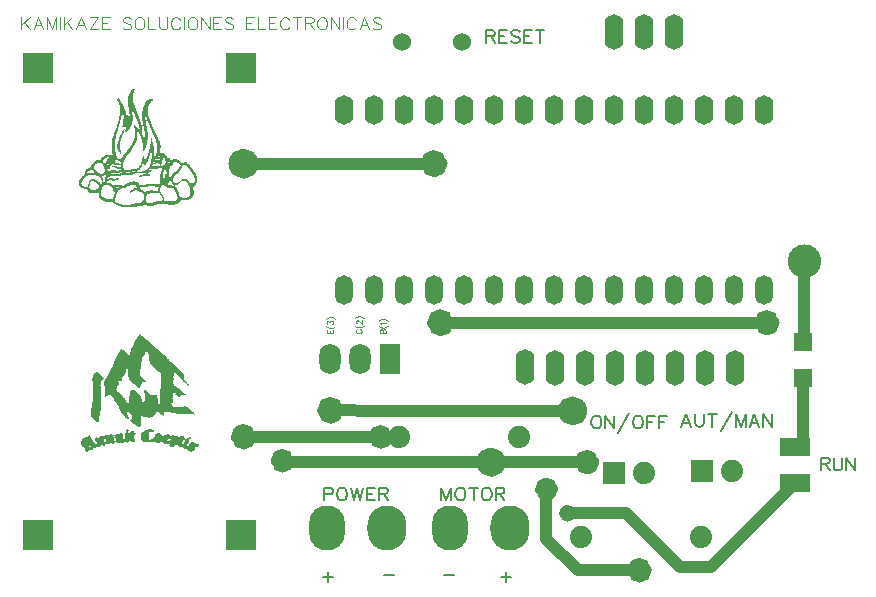
<source format=gtl>
G04 Layer: TopLayer*
G04 EasyEDA v6.5.39, 2024-02-03 14:28:59*
G04 bcd3f98de95e48d085ed2947a1ad00ac,362fd913e7484c3682bebf37a00ceee6,10*
G04 Gerber Generator version 0.2*
G04 Scale: 100 percent, Rotated: No, Reflected: No *
G04 Dimensions in millimeters *
G04 leading zeros omitted , absolute positions ,4 integer and 5 decimal *
%FSLAX45Y45*%
%MOMM*%

%ADD10C,0.1000*%
%ADD11C,0.1524*%
%ADD12C,0.2032*%
%ADD13C,1.0000*%
%ADD14C,0.2540*%
%ADD15R,2.6000X1.5000*%
%ADD16R,1.5660X1.5000*%
%ADD17R,1.8796X1.8796*%
%ADD18C,1.8796*%
%ADD19O,1.5999968X2.999994*%
%ADD20O,3.302X3.81*%
%ADD21O,3.048X3.81*%
%ADD22C,1.5240*%
%ADD23O,1.7999964X2.5999948*%
%ADD24R,1.8000X2.6000*%
%ADD25O,1.499997X2.4999949999999997*%
%ADD26O,1.5999968X2.4999949999999997*%
%ADD27R,2.5000X2.5000*%
%ADD28C,0.6096*%
%ADD29C,0.6200*%
%ADD30C,0.0147*%

%LPD*%
G36*
X1939798Y3598316D02*
G01*
X1937054Y3595928D01*
X1931974Y3589578D01*
X1925269Y3580180D01*
X1914855Y3564178D01*
X1909013Y3554222D01*
X1902866Y3543198D01*
X1896668Y3531463D01*
X1890522Y3519220D01*
X1881632Y3500628D01*
X1871167Y3476904D01*
X1866798Y3466033D01*
X1863191Y3456330D01*
X1860448Y3447948D01*
X1855825Y3428796D01*
X1854504Y3424275D01*
X1853488Y3421786D01*
X1852472Y3421735D01*
X1850389Y3422700D01*
X1847291Y3424631D01*
X1838756Y3430981D01*
X1827936Y3440023D01*
X1803907Y3461156D01*
X1797862Y3466033D01*
X1793239Y3469132D01*
X1789633Y3470757D01*
X1786686Y3471062D01*
X1783943Y3470300D01*
X1781048Y3468725D01*
X1779016Y3466998D01*
X1776526Y3464204D01*
X1770532Y3456025D01*
X1763775Y3445357D01*
X1757121Y3433572D01*
X1751228Y3421938D01*
X1747012Y3411778D01*
X1741068Y3396234D01*
X1732635Y3376117D01*
X1722374Y3352749D01*
X1710893Y3327603D01*
X1692859Y3289554D01*
X1681276Y3266084D01*
X1667293Y3239211D01*
X1765350Y3239211D01*
X1765503Y3240786D01*
X1765960Y3242106D01*
X1766570Y3242970D01*
X1767382Y3243275D01*
X1768348Y3242970D01*
X1769618Y3242106D01*
X1772208Y3239211D01*
X1772920Y3237636D01*
X1772767Y3236315D01*
X1771853Y3235452D01*
X1770176Y3235147D01*
X1768297Y3235452D01*
X1766773Y3236315D01*
X1765757Y3237636D01*
X1765350Y3239211D01*
X1667293Y3239211D01*
X1641398Y3192272D01*
X1643536Y3132378D01*
X1742135Y3132378D01*
X1742135Y3136290D01*
X1744421Y3142030D01*
X1748688Y3148990D01*
X1760880Y3164433D01*
X1765401Y3171139D01*
X1768348Y3176930D01*
X1769618Y3181654D01*
X1769313Y3185363D01*
X1767332Y3188055D01*
X1763725Y3189681D01*
X1754073Y3190544D01*
X1750415Y3191459D01*
X1747977Y3192729D01*
X1747113Y3194304D01*
X1748485Y3195929D01*
X1752295Y3197199D01*
X1757934Y3198063D01*
X1774139Y3198825D01*
X1780286Y3200450D01*
X1784451Y3203956D01*
X1787855Y3209950D01*
X1789988Y3215132D01*
X1791817Y3220669D01*
X1793239Y3226003D01*
X1794510Y3233775D01*
X1795576Y3236620D01*
X1796948Y3238500D01*
X1800555Y3240430D01*
X1803196Y3243732D01*
X1806193Y3248558D01*
X1821891Y3282187D01*
X1823821Y3287623D01*
X1828444Y3304946D01*
X1829816Y3309264D01*
X1831136Y3312261D01*
X1832457Y3314039D01*
X1833676Y3314598D01*
X1834794Y3313937D01*
X1835810Y3312109D01*
X1836674Y3309162D01*
X1837385Y3305048D01*
X1837943Y3299866D01*
X1838299Y3293567D01*
X1838502Y3279394D01*
X1839518Y3266033D01*
X1840280Y3259836D01*
X1841296Y3254044D01*
X1842465Y3248812D01*
X1843786Y3244342D01*
X1846333Y3238093D01*
X1931416Y3238093D01*
X1932990Y3238601D01*
X1936191Y3238906D01*
X1939340Y3238804D01*
X1941525Y3238398D01*
X1942541Y3237687D01*
X1942134Y3236772D01*
X1940610Y3235960D01*
X1938477Y3235655D01*
X1935937Y3235807D01*
X1933397Y3236417D01*
X1931568Y3237331D01*
X1931416Y3238093D01*
X1846333Y3238093D01*
X1847900Y3234385D01*
X1850085Y3228238D01*
X1851558Y3222853D01*
X1852066Y3218942D01*
X1852675Y3217367D01*
X1855274Y3213811D01*
X1912670Y3213811D01*
X1914906Y3214471D01*
X1924710Y3215030D01*
X1927555Y3216148D01*
X1928672Y3218027D01*
X1927453Y3223310D01*
X1927860Y3225241D01*
X1929231Y3226511D01*
X1931466Y3226968D01*
X1934006Y3226308D01*
X1935480Y3224377D01*
X1935937Y3221228D01*
X1935378Y3216757D01*
X1932990Y3210356D01*
X1929028Y3207207D01*
X1923440Y3207359D01*
X1916023Y3210661D01*
X1913077Y3212592D01*
X1912670Y3213811D01*
X1855274Y3213811D01*
X1860550Y3207867D01*
X1871314Y3196945D01*
X1913737Y3196945D01*
X1915414Y3198418D01*
X1919173Y3199638D01*
X1929079Y3202025D01*
X1929434Y3201314D01*
X1929282Y3199028D01*
X1928672Y3195574D01*
X1927606Y3191256D01*
X1926031Y3186582D01*
X1924100Y3182112D01*
X1921967Y3178403D01*
X1919986Y3175965D01*
X1918207Y3174644D01*
X1917395Y3174695D01*
X1917496Y3176219D01*
X1918512Y3179064D01*
X1919274Y3182315D01*
X1919122Y3185820D01*
X1918106Y3189224D01*
X1914042Y3194862D01*
X1913737Y3196945D01*
X1871314Y3196945D01*
X1893062Y3176625D01*
X1905406Y3165703D01*
X1916938Y3156000D01*
X1926691Y3148330D01*
X1930603Y3145485D01*
X1933752Y3143504D01*
X1935937Y3142488D01*
X1937105Y3142437D01*
X1938985Y3145485D01*
X1942388Y3152241D01*
X1958543Y3187700D01*
X1961184Y3192475D01*
X1963521Y3195828D01*
X1965756Y3197860D01*
X1967992Y3198774D01*
X1970379Y3198774D01*
X1982114Y3195624D01*
X1990140Y3194710D01*
X1995982Y3195320D01*
X1998167Y3197453D01*
X1997354Y3199434D01*
X1994966Y3202533D01*
X1986788Y3211372D01*
X1975764Y3221939D01*
X1963978Y3232302D01*
X1958543Y3236823D01*
X1953666Y3240532D01*
X1949704Y3243173D01*
X1942947Y3246780D01*
X1940915Y3251200D01*
X1940509Y3259277D01*
X1941525Y3272485D01*
X1942795Y3282899D01*
X1944319Y3292348D01*
X1945944Y3299815D01*
X1948942Y3308654D01*
X1950212Y3315766D01*
X1951228Y3324758D01*
X1952548Y3344468D01*
X1953920Y3353815D01*
X1955698Y3361588D01*
X1959406Y3370986D01*
X1960473Y3376574D01*
X1960727Y3382721D01*
X1959305Y3395167D01*
X1959660Y3399383D01*
X1961235Y3401720D01*
X1966874Y3403346D01*
X1969465Y3405733D01*
X1971700Y3409340D01*
X1975002Y3419449D01*
X1977898Y3426409D01*
X1981504Y3434029D01*
X1985518Y3441598D01*
X1989531Y3448558D01*
X1993341Y3454247D01*
X1996490Y3458159D01*
X1998675Y3459581D01*
X2000554Y3458006D01*
X2003602Y3453688D01*
X2007311Y3447287D01*
X2011324Y3439464D01*
X2013407Y3434689D01*
X2015337Y3429558D01*
X2018385Y3418789D01*
X2019503Y3413302D01*
X2020316Y3407816D01*
X2020824Y3402482D01*
X2021128Y3391103D01*
X2022144Y3379368D01*
X2023110Y3373831D01*
X2024329Y3368548D01*
X2025853Y3363366D01*
X2027732Y3358387D01*
X2029866Y3353511D01*
X2032406Y3348736D01*
X2035251Y3344062D01*
X2038502Y3339439D01*
X2042058Y3334867D01*
X2046020Y3330295D01*
X2050389Y3325672D01*
X2060346Y3316376D01*
X2093264Y3287623D01*
X2212746Y3287572D01*
X2215083Y3290417D01*
X2220722Y3294176D01*
X2227834Y3297783D01*
X2234488Y3300171D01*
X2234488Y3299612D01*
X2232050Y3295396D01*
X2229967Y3292246D01*
X2224887Y3287166D01*
X2219198Y3284372D01*
X2214626Y3284372D01*
X2212746Y3287572D01*
X2093333Y3287572D01*
X2096973Y3284880D01*
X2101342Y3282442D01*
X2105863Y3280511D01*
X2111298Y3279089D01*
X2113483Y3278276D01*
X2114397Y3277514D01*
X2115210Y3276396D01*
X2116480Y3272993D01*
X2117394Y3267303D01*
X2118004Y3258870D01*
X2118309Y3246983D01*
X2118207Y3210560D01*
X2117496Y3156204D01*
X2116582Y3108655D01*
X2115413Y3071215D01*
X2113889Y3043123D01*
X2112975Y3032252D01*
X2111959Y3023412D01*
X2110790Y3016504D01*
X2109520Y3011373D01*
X2108098Y3007969D01*
X2107387Y3006852D01*
X2106574Y3006140D01*
X2105761Y3005785D01*
X2104847Y3005785D01*
X2103932Y3006140D01*
X2102561Y3007563D01*
X2101088Y3010204D01*
X2099614Y3013964D01*
X2096566Y3024479D01*
X2093772Y3038094D01*
X2087219Y3082086D01*
X2059939Y3083356D01*
X2049068Y3084169D01*
X2039772Y3085490D01*
X2032965Y3087116D01*
X2029663Y3088894D01*
X2025751Y3094278D01*
X2021687Y3099308D01*
X2017572Y3103930D01*
X2013457Y3108147D01*
X2005279Y3115310D01*
X2001316Y3118205D01*
X1997557Y3120644D01*
X1994001Y3122574D01*
X1990699Y3123996D01*
X1987702Y3124911D01*
X1985060Y3125266D01*
X1982825Y3125063D01*
X1981047Y3124250D01*
X1979777Y3122879D01*
X1979066Y3120898D01*
X1978914Y3118256D01*
X1979422Y3114954D01*
X1980641Y3110992D01*
X1983892Y3103118D01*
X1985111Y3099104D01*
X1987143Y3089452D01*
X1988566Y3078734D01*
X1989074Y3068167D01*
X1988972Y3061258D01*
X1988616Y3055467D01*
X1987956Y3050540D01*
X1986889Y3046272D01*
X1985467Y3042513D01*
X1983536Y3039059D01*
X1981047Y3035757D01*
X1977948Y3032302D01*
X1973072Y3027781D01*
X1968957Y3025089D01*
X1965502Y3024276D01*
X1962657Y3025394D01*
X1960321Y3028543D01*
X1958390Y3033776D01*
X1956866Y3041142D01*
X1954733Y3057347D01*
X1953615Y3062986D01*
X1951989Y3067964D01*
X1949653Y3072688D01*
X1946402Y3077464D01*
X1942084Y3082645D01*
X1936445Y3088589D01*
X1918766Y3105759D01*
X1910334Y3113582D01*
X1903577Y3119475D01*
X1898142Y3123641D01*
X1893519Y3126435D01*
X1889404Y3128060D01*
X1885391Y3128822D01*
X1880971Y3129026D01*
X1877517Y3128822D01*
X1874316Y3128213D01*
X1871421Y3127197D01*
X1868830Y3125622D01*
X1866442Y3123590D01*
X1864309Y3120948D01*
X1862378Y3117697D01*
X1860651Y3113836D01*
X1859127Y3109264D01*
X1857806Y3103930D01*
X1856587Y3097885D01*
X1854657Y3083306D01*
X1853184Y3065221D01*
X1850898Y3025190D01*
X1849831Y3014014D01*
X1849221Y3010560D01*
X1848561Y3008477D01*
X1847748Y3007512D01*
X1846834Y3007614D01*
X1845767Y3008630D01*
X1839671Y3018078D01*
X1835759Y3023362D01*
X1831746Y3028238D01*
X1825040Y3035249D01*
X1822500Y3038856D01*
X1820773Y3042361D01*
X1819249Y3048152D01*
X1816760Y3051505D01*
X1813153Y3054908D01*
X1804263Y3061004D01*
X1800656Y3064306D01*
X1798218Y3067507D01*
X1796745Y3071774D01*
X1795221Y3074314D01*
X1789582Y3081426D01*
X1781251Y3090570D01*
X1760626Y3111042D01*
X1751736Y3120390D01*
X1745234Y3127857D01*
X1743202Y3130550D01*
X1742135Y3132378D01*
X1643536Y3132378D01*
X1645107Y3103829D01*
X1646174Y3091383D01*
X1647393Y3081426D01*
X1648612Y3074619D01*
X1649222Y3072536D01*
X1649831Y3071520D01*
X1652320Y3070606D01*
X1655825Y3071469D01*
X1660042Y3073958D01*
X1669186Y3081731D01*
X1673301Y3084576D01*
X1677263Y3086455D01*
X1681225Y3087420D01*
X1685137Y3087370D01*
X1689100Y3086354D01*
X1693214Y3084271D01*
X1697482Y3081172D01*
X1702003Y3076956D01*
X1706829Y3071622D01*
X1712010Y3065170D01*
X1720443Y3053588D01*
X1726245Y3044748D01*
X1762252Y3044748D01*
X1762404Y3046018D01*
X1764436Y3048000D01*
X1768093Y3050438D01*
X1772920Y3053029D01*
X1781708Y3056991D01*
X1787855Y3059074D01*
X1791512Y3059328D01*
X1792732Y3057702D01*
X1788312Y3054045D01*
X1778406Y3049219D01*
X1768043Y3045409D01*
X1762252Y3044748D01*
X1726245Y3044748D01*
X1737055Y3027222D01*
X1750310Y3004312D01*
X1784654Y3004312D01*
X1785924Y3007918D01*
X1791207Y3014014D01*
X1797862Y3019806D01*
X1802993Y3022600D01*
X1804365Y3022396D01*
X1805432Y3021685D01*
X1806193Y3020517D01*
X1806448Y3019044D01*
X1803450Y3014573D01*
X1796592Y3009138D01*
X1789226Y3004972D01*
X1784654Y3004312D01*
X1750310Y3004312D01*
X1762099Y2982772D01*
X1768607Y2970326D01*
X2189937Y2970326D01*
X2190292Y2971749D01*
X2191258Y2972511D01*
X2192731Y2972562D01*
X2194509Y2971901D01*
X2196236Y2970580D01*
X2197709Y2968904D01*
X2198674Y2967075D01*
X2199030Y2965297D01*
X2198674Y2963926D01*
X2197709Y2963164D01*
X2196236Y2963062D01*
X2194509Y2963722D01*
X2192731Y2965043D01*
X2191258Y2966720D01*
X2190292Y2968548D01*
X2189937Y2970326D01*
X1768607Y2970326D01*
X1773936Y2959760D01*
X1778457Y2950260D01*
X1781657Y2942742D01*
X1783384Y2937560D01*
X1783588Y2935986D01*
X1784705Y2933446D01*
X1787753Y2929483D01*
X1792427Y2924352D01*
X1805076Y2912059D01*
X1819859Y2899054D01*
X1827123Y2893060D01*
X1833829Y2887878D01*
X1839620Y2883763D01*
X1844090Y2881071D01*
X1846986Y2880106D01*
X1849424Y2880563D01*
X1850694Y2881884D01*
X1850847Y2884119D01*
X1849831Y2887218D01*
X1841957Y2905760D01*
X1835810Y2922574D01*
X1833625Y2929636D01*
X1832152Y2935376D01*
X1831492Y2939440D01*
X1831746Y2941624D01*
X1834032Y2943098D01*
X1837537Y2943148D01*
X1841957Y2941878D01*
X1846884Y2939542D01*
X1852117Y2936290D01*
X1857197Y2932277D01*
X1861921Y2927705D01*
X1865884Y2922778D01*
X1869439Y2916783D01*
X1872081Y2910586D01*
X1873808Y2904337D01*
X1874570Y2898292D01*
X1874418Y2892602D01*
X1873250Y2887573D01*
X1871167Y2883306D01*
X1868068Y2880106D01*
X1865426Y2877820D01*
X1863242Y2875432D01*
X1861769Y2873197D01*
X1861210Y2871419D01*
X1862175Y2869133D01*
X1864918Y2865678D01*
X1869084Y2861208D01*
X1874316Y2856077D01*
X1886915Y2844850D01*
X1893570Y2839262D01*
X1906117Y2829661D01*
X1911350Y2826105D01*
X1915414Y2823768D01*
X1918106Y2822956D01*
X1920849Y2822600D01*
X1923084Y2821736D01*
X1924557Y2820466D01*
X1925116Y2818892D01*
X1927809Y2815488D01*
X1934260Y2814980D01*
X1941982Y2817114D01*
X1948535Y2821533D01*
X1950059Y2823768D01*
X1951380Y2826969D01*
X1952447Y2831236D01*
X1953310Y2836519D01*
X1953971Y2843022D01*
X1954733Y2859684D01*
X1954784Y2911703D01*
X1965401Y2904286D01*
X1968957Y2902153D01*
X1973173Y2900172D01*
X1977999Y2898394D01*
X1983333Y2896870D01*
X1988972Y2895549D01*
X1994916Y2894482D01*
X2007107Y2893161D01*
X2013153Y2892958D01*
X2018995Y2893060D01*
X2024583Y2893517D01*
X2029714Y2894279D01*
X2033879Y2895498D01*
X2038756Y2897632D01*
X2044039Y2900476D01*
X2049576Y2903880D01*
X2055215Y2907690D01*
X2060702Y2911805D01*
X2065934Y2916072D01*
X2070607Y2920288D01*
X2074570Y2924302D01*
X2077669Y2928010D01*
X2079701Y2931261D01*
X2080412Y2933852D01*
X2080768Y2936392D01*
X2081682Y2939338D01*
X2082952Y2942336D01*
X2084527Y2944977D01*
X2087625Y2946806D01*
X2092807Y2945180D01*
X2100884Y2939643D01*
X2122627Y2921508D01*
X2131110Y2914853D01*
X2137460Y2910332D01*
X2140712Y2908655D01*
X2142083Y2909570D01*
X2143252Y2912110D01*
X2144014Y2915818D01*
X2144725Y2925267D01*
X2145944Y2929890D01*
X2147773Y2933700D01*
X2149957Y2936240D01*
X2154834Y2938780D01*
X2161184Y2940608D01*
X2168550Y2941777D01*
X2176475Y2942234D01*
X2184603Y2942031D01*
X2192477Y2941066D01*
X2199690Y2939389D01*
X2211425Y2934665D01*
X2218537Y2932531D01*
X2227072Y2930601D01*
X2236927Y2928874D01*
X2247849Y2927350D01*
X2259736Y2926080D01*
X2272487Y2925013D01*
X2285898Y2924200D01*
X2299817Y2923641D01*
X2314143Y2923387D01*
X2328672Y2923387D01*
X2343302Y2923692D01*
X2357882Y2924251D01*
X2386025Y2925927D01*
X2393797Y2925267D01*
X2397709Y2922422D01*
X2399842Y2916834D01*
X2401417Y2911602D01*
X2402687Y2909519D01*
X2404110Y2910484D01*
X2405938Y2914345D01*
X2406954Y2917850D01*
X2406853Y2921609D01*
X2405481Y2925724D01*
X2402738Y2930398D01*
X2398471Y2935833D01*
X2392527Y2942234D01*
X2384806Y2949803D01*
X2367635Y2965450D01*
X2355342Y2975813D01*
X2350160Y2979623D01*
X2345436Y2982569D01*
X2341016Y2984804D01*
X2336698Y2986328D01*
X2332278Y2987243D01*
X2327706Y2987598D01*
X2322677Y2987446D01*
X2317140Y2986938D01*
X2303780Y2985109D01*
X2288032Y2983585D01*
X2271623Y2982671D01*
X2255875Y2982417D01*
X2242312Y2982772D01*
X2232304Y2983788D01*
X2229104Y2984601D01*
X2226310Y2985922D01*
X2224024Y2987649D01*
X2222449Y2989580D01*
X2220874Y2994152D01*
X2218182Y2998165D01*
X2214219Y3002940D01*
X2203196Y3013964D01*
X2200808Y3016961D01*
X2202027Y3017266D01*
X2213406Y3012795D01*
X2217623Y3013506D01*
X2220671Y3018434D01*
X2223719Y3028442D01*
X2224633Y3034080D01*
X2224328Y3039516D01*
X2222754Y3044698D01*
X2219960Y3049524D01*
X2216556Y3054604D01*
X2215388Y3058160D01*
X2216454Y3060954D01*
X2219756Y3063849D01*
X2222449Y3066846D01*
X2224430Y3071012D01*
X2225700Y3075990D01*
X2226259Y3081426D01*
X2226056Y3086912D01*
X2225141Y3091992D01*
X2223414Y3096412D01*
X2220976Y3099663D01*
X2218740Y3102000D01*
X2218486Y3103524D01*
X2220315Y3104286D01*
X2224379Y3104489D01*
X2228392Y3104134D01*
X2232710Y3103270D01*
X2236774Y3101949D01*
X2240127Y3100374D01*
X2243277Y3098241D01*
X2244445Y3096514D01*
X2243683Y3094837D01*
X2238959Y3091434D01*
X2238044Y3089808D01*
X2238400Y3088081D01*
X2240076Y3086100D01*
X2243175Y3083814D01*
X2247849Y3081070D01*
X2262174Y3074162D01*
X2271064Y3070453D01*
X2277364Y3069590D01*
X2283663Y3071926D01*
X2298649Y3081629D01*
X2303881Y3084525D01*
X2308504Y3086557D01*
X2312568Y3087624D01*
X2316276Y3087827D01*
X2319680Y3087166D01*
X2322880Y3085642D01*
X2328113Y3081731D01*
X2329840Y3081020D01*
X2331008Y3081223D01*
X2331466Y3082391D01*
X2331110Y3084474D01*
X2330196Y3086912D01*
X2328672Y3089706D01*
X2326640Y3092805D01*
X2324100Y3096158D01*
X2317597Y3103524D01*
X2309571Y3111601D01*
X2300274Y3120085D01*
X2289962Y3128721D01*
X2278989Y3137204D01*
X2267559Y3145332D01*
X2256078Y3152800D01*
X2240280Y3162604D01*
X2232761Y3168497D01*
X2228037Y3173628D01*
X2226462Y3177895D01*
X2226106Y3181096D01*
X2225192Y3184093D01*
X2223820Y3186531D01*
X2222144Y3188055D01*
X2220823Y3189935D01*
X2220620Y3193186D01*
X2221636Y3197656D01*
X2225649Y3208020D01*
X2226919Y3213404D01*
X2227529Y3218789D01*
X2227478Y3223869D01*
X2226818Y3228340D01*
X2225548Y3231946D01*
X2223719Y3234283D01*
X2218029Y3236518D01*
X2217572Y3240074D01*
X2219807Y3245002D01*
X2227427Y3253892D01*
X2229358Y3258210D01*
X2230221Y3263188D01*
X2229916Y3268421D01*
X2229358Y3272942D01*
X2229205Y3276600D01*
X2229459Y3279089D01*
X2230170Y3280003D01*
X2231745Y3279343D01*
X2238146Y3274415D01*
X2247595Y3265932D01*
X2258618Y3255365D01*
X2269693Y3244088D01*
X2279396Y3233572D01*
X2286660Y3225038D01*
X2295448Y3215487D01*
X2306116Y3204667D01*
X2317648Y3193440D01*
X2329129Y3182721D01*
X2339594Y3173323D01*
X2348179Y3166211D01*
X2353818Y3162198D01*
X2355291Y3161690D01*
X2357526Y3162046D01*
X2358593Y3163316D01*
X2358440Y3165398D01*
X2357018Y3168497D01*
X2354376Y3172612D01*
X2350363Y3177794D01*
X2345029Y3184093D01*
X2332126Y3198520D01*
X2327300Y3204311D01*
X2323693Y3209340D01*
X2321102Y3213912D01*
X2319375Y3218484D01*
X2318359Y3223310D01*
X2317851Y3228746D01*
X2317699Y3239465D01*
X2317292Y3246780D01*
X2316784Y3250031D01*
X2315921Y3253232D01*
X2314651Y3256432D01*
X2312974Y3259683D01*
X2310688Y3263188D01*
X2307844Y3267049D01*
X2299919Y3276041D01*
X2288692Y3287623D01*
X2256790Y3318764D01*
X2243836Y3330549D01*
X2238298Y3335172D01*
X2229154Y3341878D01*
X2225548Y3343960D01*
X2222601Y3345230D01*
X2220264Y3345637D01*
X2218639Y3345179D01*
X2217623Y3343859D01*
X2217318Y3341725D01*
X2216302Y3339744D01*
X2213610Y3337051D01*
X2209647Y3334004D01*
X2204770Y3330956D01*
X2198166Y3327349D01*
X2196287Y3326942D01*
X2199182Y3330295D01*
X2222144Y3352037D01*
X2210866Y3362909D01*
X2205837Y3367125D01*
X2200859Y3370072D01*
X2196338Y3371596D01*
X2192782Y3371494D01*
X2189734Y3370834D01*
X2188057Y3371545D01*
X2187702Y3373882D01*
X2188870Y3379165D01*
X2188972Y3380486D01*
X2188667Y3382010D01*
X2187905Y3383787D01*
X2186584Y3385972D01*
X2181606Y3391966D01*
X2175408Y3398316D01*
X2163064Y3410000D01*
X2145182Y3426256D01*
X2088794Y3475888D01*
X2004822Y3548989D01*
X1991512Y3560368D01*
X1968347Y3579266D01*
X1958848Y3586530D01*
X1951024Y3592169D01*
X1945030Y3596030D01*
X1941017Y3598062D01*
G37*
G36*
X1576019Y3280003D02*
G01*
X1572260Y3279190D01*
X1567484Y3276854D01*
X1562354Y3273450D01*
X1557477Y3269284D01*
X1553667Y3265322D01*
X1550416Y3261309D01*
X1547672Y3257092D01*
X1545437Y3252571D01*
X1543659Y3247694D01*
X1542288Y3242310D01*
X1541424Y3236315D01*
X1540916Y3229660D01*
X1540814Y3222244D01*
X1541068Y3213912D01*
X1541678Y3204667D01*
X1543862Y3179572D01*
X1544878Y3157728D01*
X1545234Y3133801D01*
X1544878Y3108350D01*
X1543913Y3081782D01*
X1541373Y3040938D01*
X1538274Y3007055D01*
X1535226Y2980639D01*
X1531670Y2955391D01*
X1527657Y2931820D01*
X1524711Y2916174D01*
X1524558Y2912160D01*
X1525320Y2908401D01*
X1527251Y2904490D01*
X1530604Y2900070D01*
X1535582Y2894634D01*
X1542440Y2887878D01*
X1558899Y2872536D01*
X1571091Y2861614D01*
X1576019Y2857550D01*
X1580235Y2854452D01*
X1583791Y2852318D01*
X1586788Y2851150D01*
X1589227Y2850997D01*
X1591259Y2851861D01*
X1592884Y2853690D01*
X1594205Y2856585D01*
X1595272Y2860446D01*
X1596847Y2871368D01*
X1599692Y2902254D01*
X1601724Y2916885D01*
X1603959Y2928721D01*
X1605026Y2933090D01*
X1606702Y2938018D01*
X1607921Y2944063D01*
X1609039Y2952800D01*
X1610055Y2963926D01*
X1611782Y2991662D01*
X1613001Y3024225D01*
X1613560Y3050032D01*
X1613662Y3091840D01*
X1612950Y3120847D01*
X1612341Y3132785D01*
X1611477Y3142589D01*
X1609852Y3155442D01*
X1609140Y3163671D01*
X1608785Y3171190D01*
X1608937Y3178048D01*
X1609445Y3184296D01*
X1610461Y3189935D01*
X1611884Y3195116D01*
X1613814Y3199739D01*
X1616202Y3203905D01*
X1619046Y3207664D01*
X1622399Y3211068D01*
X1630629Y3217672D01*
X1634236Y3221431D01*
X1636623Y3225038D01*
X1637538Y3227933D01*
X1636471Y3230626D01*
X1633626Y3234588D01*
X1629206Y3239465D01*
X1623669Y3245002D01*
X1610309Y3256991D01*
X1596136Y3268268D01*
X1589582Y3272993D01*
X1583842Y3276701D01*
X1579168Y3279140D01*
G37*
G36*
X2021941Y2796895D02*
G01*
X2017623Y2796133D01*
X2013000Y2794558D01*
X2004314Y2790139D01*
X1999640Y2788767D01*
X1995170Y2788259D01*
X1991512Y2788767D01*
X1987143Y2788818D01*
X1981504Y2786481D01*
X1974443Y2781604D01*
X1966061Y2774289D01*
X1960727Y2769158D01*
X1956562Y2764739D01*
X1953361Y2760726D01*
X1951075Y2756916D01*
X1949500Y2753004D01*
X1948586Y2748737D01*
X1948129Y2743860D01*
X1947976Y2738120D01*
X1948281Y2732024D01*
X1949043Y2726232D01*
X1949991Y2722372D01*
X1961642Y2722372D01*
X1961997Y2724708D01*
X1962353Y2725013D01*
X1971576Y2715260D01*
X1990598Y2715260D01*
X1991360Y2716834D01*
X1993900Y2719730D01*
X1995170Y2720594D01*
X1996186Y2720949D01*
X1996948Y2720594D01*
X1997608Y2719730D01*
X1998014Y2718409D01*
X1998167Y2716834D01*
X1997811Y2715260D01*
X1996744Y2713939D01*
X1995220Y2713075D01*
X1993341Y2712770D01*
X1991664Y2713075D01*
X1990750Y2713939D01*
X1990598Y2715260D01*
X1971576Y2715260D01*
X1979066Y2707386D01*
X1981962Y2703830D01*
X1983435Y2701391D01*
X1983181Y2700528D01*
X1977948Y2703322D01*
X1970735Y2709773D01*
X1964385Y2717038D01*
X1961642Y2722372D01*
X1949991Y2722372D01*
X1952243Y2715361D01*
X1954530Y2710383D01*
X1957324Y2705658D01*
X1960575Y2701340D01*
X1964283Y2697378D01*
X1965635Y2696210D01*
X2167839Y2696210D01*
X2168652Y2698394D01*
X2171293Y2701086D01*
X2175713Y2704287D01*
X2181910Y2707995D01*
X2192223Y2713329D01*
X2198878Y2716022D01*
X2202484Y2716123D01*
X2203551Y2713786D01*
X2203145Y2708503D01*
X2202180Y2704033D01*
X2200605Y2700324D01*
X2198420Y2697378D01*
X2195525Y2695143D01*
X2191969Y2693568D01*
X2187651Y2692654D01*
X2182520Y2692349D01*
X2176170Y2692603D01*
X2171547Y2693314D01*
X2168804Y2694533D01*
X2167839Y2696210D01*
X1965635Y2696210D01*
X1968398Y2693822D01*
X1972919Y2690622D01*
X1977898Y2687878D01*
X1983232Y2685592D01*
X1988261Y2683967D01*
X1993646Y2682748D01*
X1999284Y2681935D01*
X2005075Y2681528D01*
X2010867Y2681478D01*
X2016607Y2681833D01*
X2022246Y2682494D01*
X2027631Y2683560D01*
X2032660Y2684983D01*
X2037283Y2686710D01*
X2041347Y2688742D01*
X2049475Y2694533D01*
X2052980Y2695651D01*
X2056536Y2694432D01*
X2065070Y2688336D01*
X2069185Y2686202D01*
X2073097Y2684729D01*
X2079396Y2683814D01*
X2082647Y2682798D01*
X2085746Y2681325D01*
X2088337Y2679547D01*
X2091334Y2678176D01*
X2095855Y2677871D01*
X2101342Y2678430D01*
X2107387Y2679750D01*
X2113432Y2681732D01*
X2119071Y2684170D01*
X2123795Y2687015D01*
X2128469Y2691434D01*
X2129536Y2691587D01*
X2130247Y2690469D01*
X2130501Y2688183D01*
X2131771Y2685186D01*
X2134503Y2682290D01*
X2211070Y2682290D01*
X2211628Y2686253D01*
X2212594Y2690215D01*
X2213660Y2693416D01*
X2214727Y2695651D01*
X2215540Y2696464D01*
X2216251Y2695651D01*
X2216810Y2693416D01*
X2216996Y2691739D01*
X2231491Y2691739D01*
X2235708Y2709570D01*
X2236622Y2714193D01*
X2237282Y2713634D01*
X2238095Y2711246D01*
X2238908Y2707182D01*
X2239213Y2702255D01*
X2238654Y2697530D01*
X2237282Y2693568D01*
X2235301Y2690825D01*
X2232761Y2689098D01*
X2231542Y2689352D01*
X2231491Y2691739D01*
X2216996Y2691739D01*
X2217318Y2686253D01*
X2217013Y2682290D01*
X2216150Y2679039D01*
X2214930Y2676855D01*
X2213356Y2676042D01*
X2212035Y2676855D01*
X2211222Y2679039D01*
X2211070Y2682290D01*
X2134503Y2682290D01*
X2135174Y2681579D01*
X2140254Y2677820D01*
X2146401Y2674366D01*
X2155088Y2670556D01*
X2161895Y2668981D01*
X2168347Y2669489D01*
X2176221Y2671927D01*
X2186533Y2674772D01*
X2192629Y2674264D01*
X2194153Y2670505D01*
X2194057Y2670302D01*
X2299665Y2670302D01*
X2300020Y2676550D01*
X2301494Y2683256D01*
X2303932Y2689707D01*
X2307031Y2695244D01*
X2310688Y2699054D01*
X2314600Y2700528D01*
X2317191Y2700324D01*
X2319782Y2699816D01*
X2321966Y2699004D01*
X2323541Y2698038D01*
X2323998Y2695397D01*
X2322677Y2690622D01*
X2320036Y2684475D01*
X2316581Y2677871D01*
X2312720Y2671521D01*
X2308910Y2666238D01*
X2305608Y2662885D01*
X2303272Y2662174D01*
X2300681Y2665272D01*
X2299665Y2670302D01*
X2194057Y2670302D01*
X2190902Y2663647D01*
X2186736Y2657144D01*
X2186533Y2653030D01*
X2191258Y2649677D01*
X2201875Y2645460D01*
X2214727Y2641041D01*
X2222144Y2639771D01*
X2225598Y2641650D01*
X2226462Y2646832D01*
X2229205Y2652369D01*
X2236216Y2657906D01*
X2245309Y2662123D01*
X2254554Y2663799D01*
X2257145Y2662986D01*
X2260650Y2660751D01*
X2264613Y2657398D01*
X2273655Y2648305D01*
X2278430Y2645511D01*
X2283815Y2644698D01*
X2297074Y2646324D01*
X2301798Y2645714D01*
X2305405Y2643530D01*
X2311146Y2636316D01*
X2314752Y2633624D01*
X2318766Y2631795D01*
X2327300Y2630220D01*
X2332837Y2627680D01*
X2338730Y2623972D01*
X2343645Y2619959D01*
X2382113Y2619959D01*
X2382621Y2621127D01*
X2385110Y2623566D01*
X2387295Y2626106D01*
X2389124Y2629357D01*
X2390343Y2632760D01*
X2390800Y2636062D01*
X2390952Y2638907D01*
X2391460Y2641244D01*
X2392172Y2642819D01*
X2393086Y2643378D01*
X2393950Y2642616D01*
X2394661Y2640533D01*
X2395169Y2637383D01*
X2395372Y2633624D01*
X2394762Y2629560D01*
X2393086Y2625852D01*
X2390546Y2622956D01*
X2387346Y2621127D01*
X2383688Y2620010D01*
X2343645Y2619959D01*
X2348890Y2615336D01*
X2353462Y2611882D01*
X2357983Y2609037D01*
X2362403Y2606903D01*
X2366822Y2605430D01*
X2371140Y2604566D01*
X2375408Y2604414D01*
X2379624Y2604871D01*
X2383790Y2605989D01*
X2387904Y2607767D01*
X2391968Y2610205D01*
X2395982Y2613304D01*
X2401062Y2618384D01*
X2405227Y2623921D01*
X2408021Y2629255D01*
X2409037Y2633675D01*
X2409698Y2638247D01*
X2411933Y2641295D01*
X2416352Y2643124D01*
X2429103Y2645054D01*
X2434031Y2646578D01*
X2438196Y2648762D01*
X2441448Y2651404D01*
X2443734Y2654503D01*
X2445004Y2657906D01*
X2445156Y2661615D01*
X2444089Y2665476D01*
X2442210Y2668727D01*
X2439822Y2670098D01*
X2436266Y2669641D01*
X2426106Y2665374D01*
X2422702Y2664714D01*
X2420467Y2665323D01*
X2419146Y2667355D01*
X2416911Y2671673D01*
X2413812Y2675432D01*
X2409901Y2678480D01*
X2405430Y2680919D01*
X2400452Y2682697D01*
X2395169Y2683764D01*
X2389682Y2684170D01*
X2384094Y2683814D01*
X2378659Y2682697D01*
X2373426Y2680817D01*
X2368550Y2678176D01*
X2364181Y2674772D01*
X2360320Y2670556D01*
X2357170Y2666034D01*
X2355037Y2661818D01*
X2353716Y2655773D01*
X2352090Y2653588D01*
X2349804Y2652064D01*
X2346909Y2651556D01*
X2344064Y2652318D01*
X2342388Y2654503D01*
X2341829Y2657856D01*
X2342286Y2662174D01*
X2343810Y2667203D01*
X2346299Y2672740D01*
X2349703Y2678582D01*
X2357424Y2689402D01*
X2359304Y2693873D01*
X2359660Y2697835D01*
X2357272Y2704388D01*
X2357983Y2707132D01*
X2360777Y2709621D01*
X2365806Y2712059D01*
X2373426Y2716834D01*
X2376728Y2722524D01*
X2375458Y2727960D01*
X2369515Y2731922D01*
X2365654Y2732379D01*
X2361438Y2731262D01*
X2357018Y2728518D01*
X2347925Y2719882D01*
X2343404Y2716276D01*
X2339136Y2713532D01*
X2335174Y2711704D01*
X2331821Y2710840D01*
X2329180Y2711043D01*
X2327503Y2712415D01*
X2326538Y2717241D01*
X2325522Y2719171D01*
X2324100Y2720441D01*
X2320544Y2721711D01*
X2319070Y2723896D01*
X2318105Y2727147D01*
X2317292Y2735326D01*
X2315921Y2738374D01*
X2313686Y2740304D01*
X2310587Y2741066D01*
X2306624Y2740710D01*
X2301798Y2739186D01*
X2296109Y2736494D01*
X2289606Y2732684D01*
X2276094Y2724099D01*
X2265273Y2733141D01*
X2260650Y2736443D01*
X2256078Y2738678D01*
X2252116Y2739694D01*
X2246223Y2738526D01*
X2242210Y2738678D01*
X2237587Y2739694D01*
X2227021Y2743809D01*
X2221788Y2744673D01*
X2216404Y2744012D01*
X2203653Y2739694D01*
X2198928Y2739542D01*
X2194763Y2741676D01*
X2184908Y2751429D01*
X2180132Y2753410D01*
X2173274Y2752598D01*
X2161946Y2749143D01*
X2152904Y2745638D01*
X2146198Y2741879D01*
X2141677Y2737612D01*
X2139137Y2732836D01*
X2137359Y2727299D01*
X2136394Y2725623D01*
X2135886Y2727756D01*
X2135581Y2733903D01*
X2134565Y2738424D01*
X2131974Y2743149D01*
X2128113Y2747822D01*
X2123389Y2752191D01*
X2118004Y2756001D01*
X2112314Y2758998D01*
X2106574Y2761030D01*
X2101088Y2761742D01*
X2094534Y2761183D01*
X2088286Y2759608D01*
X2082444Y2757119D01*
X2077212Y2753817D01*
X2072690Y2749753D01*
X2068982Y2745028D01*
X2066239Y2739796D01*
X2062327Y2725521D01*
X2058720Y2719882D01*
X2052167Y2715768D01*
X2050536Y2715158D01*
X2094179Y2715158D01*
X2094382Y2720289D01*
X2095093Y2724962D01*
X2096160Y2728620D01*
X2097481Y2730855D01*
X2100732Y2730754D01*
X2102256Y2725166D01*
X2101799Y2717190D01*
X2099056Y2709824D01*
X2096617Y2706573D01*
X2095144Y2706166D01*
X2094433Y2708960D01*
X2094179Y2715158D01*
X2050536Y2715158D01*
X2041296Y2711704D01*
X2025940Y2706624D01*
X2076653Y2706624D01*
X2076805Y2710992D01*
X2077212Y2713786D01*
X2077923Y2714853D01*
X2078786Y2713888D01*
X2079498Y2711348D01*
X2079752Y2708198D01*
X2079599Y2704795D01*
X2078939Y2701645D01*
X2078126Y2699766D01*
X2077415Y2700121D01*
X2076907Y2702458D01*
X2076653Y2706624D01*
X2025940Y2706624D01*
X2021027Y2704998D01*
X2021027Y2748127D01*
X2021586Y2761742D01*
X2022348Y2765501D01*
X2023516Y2767685D01*
X2025243Y2768549D01*
X2027580Y2768447D01*
X2030679Y2767685D01*
X2035556Y2766923D01*
X2040788Y2767228D01*
X2046020Y2768396D01*
X2050999Y2770276D01*
X2055418Y2772816D01*
X2058924Y2775762D01*
X2061260Y2779064D01*
X2062073Y2782519D01*
X2061159Y2785821D01*
X2058416Y2788564D01*
X2053793Y2790698D01*
X2047239Y2792323D01*
X2034743Y2794711D01*
X2025446Y2796743D01*
G37*
G36*
X1839010Y2793847D02*
G01*
X1834896Y2792730D01*
X1830171Y2789478D01*
X1828038Y2786735D01*
X1826310Y2782925D01*
X1825142Y2778506D01*
X1824228Y2769463D01*
X1823008Y2764993D01*
X1821230Y2761081D01*
X1819046Y2758287D01*
X1816709Y2754426D01*
X1815185Y2747772D01*
X1814575Y2738577D01*
X1815134Y2716377D01*
X1814728Y2707995D01*
X1813610Y2702509D01*
X1811985Y2700528D01*
X1810004Y2701391D01*
X1808175Y2703931D01*
X1806448Y2707894D01*
X1804924Y2713075D01*
X1803654Y2719273D01*
X1802688Y2726283D01*
X1802079Y2733903D01*
X1801875Y2741980D01*
X1801469Y2748534D01*
X1800148Y2753715D01*
X1798015Y2757525D01*
X1795018Y2759964D01*
X1791157Y2761030D01*
X1786382Y2760776D01*
X1780793Y2759151D01*
X1768652Y2753563D01*
X1764030Y2752242D01*
X1760626Y2752191D01*
X1754073Y2756712D01*
X1747672Y2757424D01*
X1740458Y2755696D01*
X1729130Y2748889D01*
X1724355Y2747619D01*
X1718462Y2747822D01*
X1703222Y2750972D01*
X1697024Y2751175D01*
X1691589Y2750058D01*
X1681784Y2745333D01*
X1676247Y2744012D01*
X1670304Y2743555D01*
X1657604Y2744825D01*
X1652879Y2743911D01*
X1649272Y2740914D01*
X1645920Y2735427D01*
X1643634Y2730195D01*
X1642770Y2726334D01*
X1643329Y2723540D01*
X1645310Y2721660D01*
X1647545Y2719019D01*
X1648509Y2716834D01*
X1665630Y2716834D01*
X1665833Y2720390D01*
X1666290Y2722524D01*
X1667052Y2723134D01*
X1667916Y2721965D01*
X1668627Y2719578D01*
X1668881Y2716834D01*
X1668627Y2714142D01*
X1667916Y2711754D01*
X1667052Y2710586D01*
X1666290Y2711145D01*
X1665833Y2713278D01*
X1665630Y2716834D01*
X1648509Y2716834D01*
X1649831Y2713837D01*
X1651965Y2706928D01*
X1653641Y2699004D01*
X1655013Y2689250D01*
X1655064Y2683459D01*
X1653692Y2680868D01*
X1650796Y2680919D01*
X1648104Y2682290D01*
X1645666Y2684729D01*
X1643583Y2688234D01*
X1641754Y2692654D01*
X1640281Y2698038D01*
X1639163Y2704338D01*
X1638401Y2711500D01*
X1637436Y2729077D01*
X1635455Y2734157D01*
X1630730Y2736088D01*
X1621840Y2736443D01*
X1614779Y2735884D01*
X1608277Y2734360D01*
X1602638Y2731922D01*
X1598320Y2728722D01*
X1594459Y2725420D01*
X1591005Y2723743D01*
X1587855Y2723642D01*
X1581200Y2727096D01*
X1577441Y2727756D01*
X1573834Y2727248D01*
X1570431Y2725775D01*
X1567383Y2723489D01*
X1564792Y2720543D01*
X1562811Y2717088D01*
X1561541Y2713329D01*
X1561084Y2709418D01*
X1561592Y2705557D01*
X1562924Y2702560D01*
X1601368Y2702560D01*
X1601622Y2710738D01*
X1605584Y2702560D01*
X1607108Y2698902D01*
X1608429Y2694990D01*
X1609344Y2691282D01*
X1609750Y2688285D01*
X1609750Y2685186D01*
X1609191Y2684170D01*
X1607921Y2685186D01*
X1605584Y2688285D01*
X1603857Y2691282D01*
X1602486Y2694990D01*
X1601622Y2698902D01*
X1601368Y2702560D01*
X1562924Y2702560D01*
X1563217Y2701899D01*
X1572514Y2690977D01*
X1576120Y2683052D01*
X1576476Y2676194D01*
X1573174Y2671724D01*
X1570228Y2670352D01*
X1567586Y2669794D01*
X1564894Y2670403D01*
X1561947Y2672283D01*
X1558391Y2675737D01*
X1553972Y2680919D01*
X1541576Y2697530D01*
X1534414Y2708249D01*
X1531315Y2713532D01*
X1528622Y2718612D01*
X1526438Y2723337D01*
X1524812Y2727553D01*
X1523746Y2731160D01*
X1522831Y2738526D01*
X1521256Y2741980D01*
X1519021Y2744317D01*
X1516329Y2745486D01*
X1513433Y2745384D01*
X1510690Y2744063D01*
X1508252Y2741320D01*
X1504848Y2734005D01*
X1502206Y2731414D01*
X1498854Y2729687D01*
X1495145Y2729077D01*
X1490878Y2728772D01*
X1486306Y2727909D01*
X1481531Y2726436D01*
X1476552Y2724454D01*
X1471472Y2721914D01*
X1466291Y2718917D01*
X1461160Y2715463D01*
X1456029Y2711551D01*
X1453083Y2708452D01*
X1450594Y2704592D01*
X1448612Y2700020D01*
X1448150Y2698496D01*
X1522831Y2698496D01*
X1535785Y2684068D01*
X1538732Y2680157D01*
X1540764Y2677007D01*
X1541526Y2675026D01*
X1540814Y2672029D01*
X1538478Y2672892D01*
X1534820Y2677363D01*
X1530096Y2685237D01*
X1522831Y2698496D01*
X1448150Y2698496D01*
X1447088Y2694990D01*
X1446022Y2689504D01*
X1445412Y2683814D01*
X1445288Y2680258D01*
X1503070Y2680258D01*
X1503527Y2686354D01*
X1504543Y2694178D01*
X1505305Y2695041D01*
X1506880Y2694533D01*
X1509064Y2692857D01*
X1511604Y2690114D01*
X1514246Y2686202D01*
X1515414Y2682849D01*
X1515110Y2679852D01*
X1513332Y2677058D01*
X1509979Y2673807D01*
X1507286Y2672029D01*
X1505305Y2671724D01*
X1503934Y2672994D01*
X1503172Y2675839D01*
X1503070Y2680258D01*
X1445288Y2680258D01*
X1445209Y2677972D01*
X1445463Y2672181D01*
X1446155Y2666746D01*
X1465783Y2666746D01*
X1467916Y2667609D01*
X1472590Y2667863D01*
X1476947Y2667203D01*
X1547672Y2667203D01*
X1548180Y2667863D01*
X1549450Y2667203D01*
X1551228Y2665476D01*
X1553260Y2662885D01*
X1555343Y2659735D01*
X1557070Y2656535D01*
X1558137Y2653944D01*
X1558442Y2652166D01*
X1557934Y2651556D01*
X1556664Y2652166D01*
X1554886Y2653944D01*
X1552854Y2656535D01*
X1550771Y2659735D01*
X1549044Y2662885D01*
X1547977Y2665476D01*
X1547672Y2667203D01*
X1476947Y2667203D01*
X1479550Y2666136D01*
X1481582Y2664206D01*
X1482293Y2661767D01*
X1481988Y2659380D01*
X1481124Y2657398D01*
X1479854Y2656128D01*
X1478280Y2655620D01*
X1476298Y2656128D01*
X1473809Y2657398D01*
X1471117Y2659380D01*
X1468577Y2661767D01*
X1466088Y2664866D01*
X1465783Y2666746D01*
X1446155Y2666746D01*
X1447241Y2661259D01*
X1448714Y2656382D01*
X1450543Y2652064D01*
X1452778Y2648458D01*
X1455369Y2645714D01*
X1458315Y2643987D01*
X1461566Y2643378D01*
X1468968Y2641244D01*
X1503476Y2641244D01*
X1506931Y2644241D01*
X1514398Y2649067D01*
X1520139Y2652166D01*
X1525117Y2654046D01*
X1529130Y2654808D01*
X1531823Y2654503D01*
X1533042Y2653233D01*
X1532585Y2651150D01*
X1530096Y2648254D01*
X1525422Y2644749D01*
X1521460Y2642616D01*
X1516786Y2640888D01*
X1512062Y2639720D01*
X1507794Y2639314D01*
X1503883Y2639720D01*
X1503476Y2641244D01*
X1468968Y2641244D01*
X1475536Y2636367D01*
X1479956Y2630170D01*
X1480413Y2624480D01*
X1479804Y2621483D01*
X1479956Y2617470D01*
X1480820Y2613050D01*
X1482293Y2608681D01*
X1484833Y2604465D01*
X1488135Y2601315D01*
X1491894Y2599232D01*
X1495755Y2598369D01*
X1499311Y2598623D01*
X1502308Y2600045D01*
X1504340Y2602738D01*
X1505762Y2610561D01*
X1507947Y2613101D01*
X1512062Y2614422D01*
X1523796Y2615234D01*
X1528876Y2616403D01*
X1533550Y2618181D01*
X1537716Y2620568D01*
X1541221Y2623362D01*
X1543913Y2626563D01*
X1545590Y2629966D01*
X1546809Y2636113D01*
X1548790Y2637485D01*
X1552143Y2637790D01*
X1562455Y2636316D01*
X1566976Y2637028D01*
X1570888Y2639161D01*
X1577746Y2646324D01*
X1580946Y2648204D01*
X1584147Y2648508D01*
X1587500Y2647238D01*
X1593697Y2644343D01*
X1598726Y2644190D01*
X1604162Y2647238D01*
X1616608Y2658262D01*
X1620621Y2660751D01*
X1623771Y2661361D01*
X1625803Y2660142D01*
X1630832Y2656586D01*
X1637639Y2655824D01*
X1644192Y2657652D01*
X1648409Y2661970D01*
X1650441Y2664815D01*
X1653844Y2666288D01*
X1658975Y2666593D01*
X1673656Y2664917D01*
X1679600Y2665171D01*
X1684172Y2666644D01*
X1687423Y2669286D01*
X1689404Y2673197D01*
X1690116Y2678430D01*
X1689658Y2684983D01*
X1684731Y2707894D01*
X1683715Y2714294D01*
X1683359Y2718866D01*
X1683512Y2722778D01*
X1684172Y2724353D01*
X1685493Y2723692D01*
X1687728Y2720949D01*
X1689455Y2717495D01*
X1690878Y2712618D01*
X1691843Y2706979D01*
X1692605Y2695092D01*
X1693621Y2689504D01*
X1695196Y2684475D01*
X1697278Y2680106D01*
X1699818Y2676448D01*
X1702765Y2673502D01*
X1706016Y2671419D01*
X1709521Y2670098D01*
X1713230Y2669743D01*
X1717039Y2670302D01*
X1721002Y2671876D01*
X1724914Y2674518D01*
X1730451Y2680868D01*
X1733092Y2687777D01*
X1732584Y2693720D01*
X1728724Y2697124D01*
X1726692Y2699461D01*
X1724609Y2704693D01*
X1722729Y2712161D01*
X1721256Y2720949D01*
X1718411Y2743352D01*
X1727617Y2733192D01*
X1766062Y2733192D01*
X1766265Y2736748D01*
X1766722Y2738882D01*
X1767484Y2739440D01*
X1767603Y2739288D01*
X1784502Y2739288D01*
X1784604Y2743657D01*
X1785061Y2746451D01*
X1785721Y2747467D01*
X1786585Y2746502D01*
X1787296Y2743962D01*
X1787601Y2740863D01*
X1787398Y2737459D01*
X1786788Y2734259D01*
X1785924Y2732430D01*
X1785213Y2732786D01*
X1784756Y2735122D01*
X1784502Y2739288D01*
X1767603Y2739288D01*
X1768398Y2738272D01*
X1769110Y2735884D01*
X1769313Y2733141D01*
X1769110Y2730449D01*
X1768398Y2728061D01*
X1767484Y2726893D01*
X1766722Y2727452D01*
X1766265Y2729585D01*
X1766062Y2733192D01*
X1727617Y2733192D01*
X1732178Y2727096D01*
X1735226Y2720746D01*
X1736688Y2715920D01*
X1767992Y2715920D01*
X1768144Y2718511D01*
X1768906Y2720289D01*
X1770329Y2720949D01*
X1771954Y2720289D01*
X1773275Y2718511D01*
X1774139Y2715920D01*
X1774494Y2712770D01*
X1774342Y2709570D01*
X1773986Y2706979D01*
X1773428Y2705252D01*
X1772716Y2704592D01*
X1771853Y2705252D01*
X1770786Y2706979D01*
X1769668Y2709570D01*
X1768602Y2712770D01*
X1767992Y2715920D01*
X1736688Y2715920D01*
X1737258Y2714040D01*
X1738630Y2701188D01*
X1740458Y2694635D01*
X1743202Y2688590D01*
X1746554Y2683764D01*
X1751482Y2678887D01*
X1755749Y2676702D01*
X1760575Y2676906D01*
X1773326Y2681224D01*
X1778660Y2682036D01*
X1783537Y2681681D01*
X1792528Y2678684D01*
X1796897Y2678684D01*
X1801571Y2680360D01*
X1812950Y2687726D01*
X1817522Y2689199D01*
X1822094Y2688336D01*
X1834032Y2682087D01*
X1838401Y2681224D01*
X1842566Y2682646D01*
X1852930Y2690114D01*
X1857095Y2691638D01*
X1861159Y2691282D01*
X1874774Y2685440D01*
X1883105Y2684475D01*
X1890979Y2686354D01*
X1898548Y2690977D01*
X1902764Y2694787D01*
X1904390Y2697734D01*
X1903526Y2700629D01*
X1900326Y2704338D01*
X1896821Y2709062D01*
X1894332Y2715107D01*
X1892807Y2721914D01*
X1892300Y2729128D01*
X1892807Y2736138D01*
X1894281Y2742539D01*
X1896770Y2747822D01*
X1900275Y2751531D01*
X1905152Y2755138D01*
X1906625Y2757881D01*
X1904593Y2760878D01*
X1894890Y2768803D01*
X1891639Y2772257D01*
X1889404Y2775356D01*
X1887880Y2780487D01*
X1885797Y2781960D01*
X1882698Y2782316D01*
X1878888Y2781604D01*
X1874570Y2779826D01*
X1870049Y2777185D01*
X1865630Y2773680D01*
X1861566Y2769463D01*
X1856790Y2762961D01*
X1854200Y2757627D01*
X1853978Y2755290D01*
X1870710Y2755290D01*
X1870811Y2758135D01*
X1871268Y2760065D01*
X1872081Y2760980D01*
X1873097Y2760624D01*
X1874012Y2759252D01*
X1874367Y2757322D01*
X1874164Y2755087D01*
X1873453Y2752801D01*
X1872437Y2751124D01*
X1871624Y2751023D01*
X1871014Y2752445D01*
X1870710Y2755290D01*
X1853978Y2755290D01*
X1853742Y2752801D01*
X1855165Y2748026D01*
X1857095Y2742641D01*
X1858314Y2736291D01*
X1858924Y2729534D01*
X1858924Y2722829D01*
X1858365Y2716580D01*
X1857197Y2711348D01*
X1855470Y2707538D01*
X1853234Y2705658D01*
X1850593Y2706268D01*
X1848815Y2710383D01*
X1847850Y2718409D01*
X1847189Y2743657D01*
X1846021Y2752394D01*
X1843989Y2757728D01*
X1840839Y2760218D01*
X1837588Y2761742D01*
X1836572Y2763824D01*
X1837842Y2767076D01*
X1841347Y2772308D01*
X1844548Y2777845D01*
X1846072Y2782976D01*
X1846122Y2787446D01*
X1844802Y2790952D01*
X1842414Y2793187D01*
G37*
G36*
X1879600Y5678119D02*
G01*
X1879600Y5675680D01*
X1877161Y5671007D01*
X1875282Y5668772D01*
X1870202Y5664860D01*
X1867103Y5657646D01*
X1865274Y5656427D01*
X1862886Y5649823D01*
X1860651Y5647131D01*
X1858568Y5641390D01*
X1855114Y5636768D01*
X1855114Y5633364D01*
X1854149Y5629148D01*
X1850643Y5625642D01*
X1849424Y5621020D01*
X1848066Y5618429D01*
X1865223Y5618429D01*
X1865884Y5622848D01*
X1866950Y5627725D01*
X1867865Y5625947D01*
X1867814Y5618530D01*
X1867052Y5616244D01*
X1865223Y5618429D01*
X1848066Y5618429D01*
X1847088Y5616600D01*
X1845564Y5611114D01*
X1843735Y5593232D01*
X1843684Y5586425D01*
X1841906Y5583326D01*
X1840738Y5576570D01*
X1841296Y5566562D01*
X1843481Y5559298D01*
X1844548Y5554319D01*
X1843938Y5531866D01*
X1846478Y5518861D01*
X1846478Y5501894D01*
X1847545Y5497169D01*
X1850034Y5492800D01*
X1850593Y5487060D01*
X1850796Y5472836D01*
X1854606Y5464048D01*
X1854504Y5415432D01*
X1854657Y5407406D01*
X1853184Y5404967D01*
X1851964Y5408676D01*
X1852472Y5414213D01*
X1851558Y5425948D01*
X1850034Y5431434D01*
X1850034Y5435803D01*
X1846376Y5449062D01*
X1844903Y5450484D01*
X1839569Y5452008D01*
X1834946Y5450382D01*
X1832660Y5447385D01*
X1832102Y5425338D01*
X1830476Y5418226D01*
X1829409Y5418632D01*
X1828749Y5421630D01*
X1828647Y5453176D01*
X1824532Y5457748D01*
X1824532Y5475376D01*
X1823161Y5481777D01*
X1820621Y5486450D01*
X1818792Y5494223D01*
X1816506Y5497169D01*
X1813864Y5508091D01*
X1811832Y5510784D01*
X1810359Y5517489D01*
X1808835Y5520994D01*
X1806752Y5523280D01*
X1804619Y5531358D01*
X1802180Y5535726D01*
X1800910Y5542432D01*
X1797100Y5546852D01*
X1796440Y5550255D01*
X1793748Y5553710D01*
X1790547Y5559298D01*
X1783791Y5567934D01*
X1782267Y5573318D01*
X1774342Y5583834D01*
X1770735Y5585815D01*
X1767382Y5590438D01*
X1766316Y5590438D01*
X1762048Y5596026D01*
X1757019Y5595975D01*
X1753107Y5594248D01*
X1751228Y5592165D01*
X1749653Y5586526D01*
X1752549Y5581497D01*
X1757375Y5575350D01*
X1759712Y5569153D01*
X1762353Y5566156D01*
X1764030Y5559044D01*
X1766214Y5556300D01*
X1767992Y5553100D01*
X1767992Y5547512D01*
X1771497Y5539486D01*
X1773021Y5526532D01*
X1774088Y5523484D01*
X1776171Y5520385D01*
X1776323Y5468162D01*
X1774088Y5464810D01*
X1772361Y5461152D01*
X1772208Y5451856D01*
X1770888Y5447080D01*
X1768703Y5443118D01*
X1767433Y5431485D01*
X1764487Y5424119D01*
X1762353Y5414518D01*
X1762353Y5408676D01*
X1759305Y5402224D01*
X1757934Y5391150D01*
X1755190Y5386273D01*
X1753209Y5378450D01*
X1751177Y5375097D01*
X1748078Y5360162D01*
X1745589Y5355590D01*
X1743913Y5347258D01*
X1741017Y5343652D01*
X1739950Y5338927D01*
X1739950Y5336286D01*
X1736394Y5331764D01*
X1735277Y5323890D01*
X1732432Y5318556D01*
X1730146Y5310073D01*
X1727352Y5306212D01*
X1726641Y5303520D01*
X1725675Y5296408D01*
X1722678Y5292598D01*
X1720443Y5283962D01*
X1717649Y5279644D01*
X1713026Y5268518D01*
X1711756Y5258663D01*
X1709470Y5255564D01*
X1708302Y5252821D01*
X1707946Y5238292D01*
X1707134Y5235803D01*
X1703730Y5231942D01*
X1703906Y5186426D01*
X1728165Y5186426D01*
X1728876Y5196332D01*
X1728673Y5224729D01*
X1730248Y5227777D01*
X1731873Y5232044D01*
X1733753Y5250027D01*
X1736293Y5255564D01*
X1738274Y5269839D01*
X1740916Y5274716D01*
X1741982Y5280253D01*
X1741982Y5285333D01*
X1743151Y5289550D01*
X1745488Y5292902D01*
X1746554Y5300014D01*
X1747672Y5305552D01*
X1749501Y5308041D01*
X1751025Y5313578D01*
X1751736Y5320588D01*
X1754174Y5323789D01*
X1755241Y5328412D01*
X1755241Y5330901D01*
X1756714Y5339232D01*
X1758797Y5342839D01*
X1761236Y5354523D01*
X1763268Y5358028D01*
X1764334Y5362346D01*
X1765452Y5371642D01*
X1768449Y5378653D01*
X1770024Y5390743D01*
X1771904Y5393842D01*
X1773123Y5396636D01*
X1775104Y5407812D01*
X1777644Y5411520D01*
X1779168Y5421426D01*
X1782216Y5428538D01*
X1783334Y5439460D01*
X1784350Y5445302D01*
X1785772Y5446725D01*
X1787296Y5452465D01*
X1788414Y5464200D01*
X1790903Y5475325D01*
X1792478Y5493867D01*
X1793087Y5497271D01*
X1793900Y5497880D01*
X1796592Y5483758D01*
X1798370Y5480862D01*
X1799132Y5478424D01*
X1800606Y5462066D01*
X1803755Y5450636D01*
X1804314Y5430266D01*
X1803146Y5411673D01*
X1802217Y5408422D01*
X1824177Y5408422D01*
X1824685Y5414822D01*
X1825599Y5417718D01*
X1828393Y5417312D01*
X1828698Y5414619D01*
X1825955Y5405221D01*
X1824177Y5408422D01*
X1802217Y5408422D01*
X1801114Y5404561D01*
X1800098Y5394452D01*
X1799082Y5379516D01*
X1796592Y5370271D01*
X1795018Y5359298D01*
X1794967Y5351780D01*
X1796999Y5349544D01*
X1801926Y5348935D01*
X1807667Y5350408D01*
X1812086Y5354015D01*
X1813610Y5354066D01*
X1817674Y5355386D01*
X1820824Y5359450D01*
X1824024Y5361482D01*
X1825599Y5365089D01*
X1827072Y5364429D01*
X1827784Y5359958D01*
X1826615Y5347258D01*
X1823516Y5340604D01*
X1822043Y5330444D01*
X1818132Y5325313D01*
X1816811Y5319623D01*
X1814322Y5318201D01*
X1812848Y5313934D01*
X1812848Y5308447D01*
X1814423Y5306517D01*
X1816455Y5305196D01*
X1819910Y5306568D01*
X1822246Y5308803D01*
X1829155Y5311546D01*
X1831949Y5314340D01*
X1837232Y5317591D01*
X1838553Y5319928D01*
X1843887Y5323179D01*
X1851304Y5332526D01*
X1852980Y5337149D01*
X1855571Y5339181D01*
X1857502Y5344464D01*
X1860651Y5348528D01*
X1862531Y5353354D01*
X1864664Y5354523D01*
X1866493Y5359298D01*
X1869439Y5362346D01*
X1871116Y5369763D01*
X1872843Y5372252D01*
X1874062Y5375148D01*
X1876094Y5383987D01*
X1877517Y5385866D01*
X1878990Y5390134D01*
X1880971Y5422239D01*
X1882292Y5425948D01*
X1882393Y5435193D01*
X1880717Y5440781D01*
X1880158Y5445099D01*
X1879092Y5463743D01*
X1877110Y5476189D01*
X1876145Y5478424D01*
X1875028Y5486450D01*
X1873961Y5498795D01*
X1871014Y5506212D01*
X1869897Y5514238D01*
X1868322Y5519369D01*
X1866950Y5520740D01*
X1864766Y5533694D01*
X1862328Y5537200D01*
X1861261Y5542635D01*
X1859686Y5554929D01*
X1857756Y5558942D01*
X1856689Y5570677D01*
X1856689Y5594451D01*
X1857603Y5599176D01*
X1859178Y5600649D01*
X1860651Y5604967D01*
X1861769Y5614670D01*
X1862378Y5615838D01*
X1864563Y5615432D01*
X1864055Y5603748D01*
X1864258Y5558028D01*
X1865782Y5548528D01*
X1867916Y5545074D01*
X1868881Y5537047D01*
X1869439Y5534253D01*
X1872335Y5530545D01*
X1873605Y5522874D01*
X1874621Y5518556D01*
X1876653Y5515051D01*
X1878939Y5502656D01*
X1881581Y5499709D01*
X1883156Y5493410D01*
X1886254Y5489143D01*
X1887931Y5481777D01*
X1890318Y5478678D01*
X1891690Y5475325D01*
X1892350Y5470855D01*
X1895348Y5465470D01*
X1897430Y5458663D01*
X1899920Y5455158D01*
X1901139Y5450636D01*
X1904085Y5446014D01*
X1907082Y5437936D01*
X1908556Y5437276D01*
X1910892Y5429250D01*
X1913331Y5426049D01*
X1915363Y5419598D01*
X1918309Y5415737D01*
X1920036Y5408218D01*
X1922475Y5404713D01*
X1924913Y5395925D01*
X1927504Y5392216D01*
X1927504Y5390692D01*
X1929028Y5384444D01*
X1931974Y5380024D01*
X1933702Y5367629D01*
X1936292Y5363057D01*
X1938731Y5347716D01*
X1940966Y5343956D01*
X1942236Y5335828D01*
X1942287Y5329021D01*
X1940712Y5326278D01*
X1936394Y5332730D01*
X1931162Y5336438D01*
X1930146Y5339029D01*
X1926386Y5341162D01*
X1924354Y5345328D01*
X1922373Y5346090D01*
X1908911Y5361330D01*
X1904847Y5363768D01*
X1902358Y5366969D01*
X1896821Y5368899D01*
X1894484Y5371947D01*
X1891792Y5367629D01*
X1890725Y5364022D01*
X1892249Y5359755D01*
X1895805Y5353507D01*
X1896516Y5346496D01*
X1897989Y5341416D01*
X1899412Y5339486D01*
X1900986Y5331510D01*
X1900986Y5325922D01*
X1903018Y5309260D01*
X1903018Y5299710D01*
X1901545Y5288280D01*
X1899970Y5271414D01*
X1899310Y5269179D01*
X1897430Y5266080D01*
X1895856Y5256174D01*
X1894890Y5251754D01*
X1892807Y5249519D01*
X1890217Y5239207D01*
X1889252Y5239207D01*
X1886762Y5232755D01*
X1886712Y5230520D01*
X1883257Y5226354D01*
X1881479Y5219750D01*
X1878126Y5216347D01*
X1876501Y5210352D01*
X1874418Y5208066D01*
X1872030Y5202377D01*
X1869439Y5200294D01*
X1867357Y5195468D01*
X1865579Y5193842D01*
X1862582Y5188915D01*
X1854860Y5177891D01*
X1853133Y5174386D01*
X1851812Y5174386D01*
X1844446Y5165242D01*
X1844446Y5164226D01*
X1841347Y5162092D01*
X1839671Y5158587D01*
X1836775Y5156555D01*
X1834997Y5152847D01*
X1832660Y5151577D01*
X1831136Y5147157D01*
X1827580Y5144668D01*
X1826971Y5141620D01*
X1823008Y5138572D01*
X1823008Y5137251D01*
X1814220Y5126888D01*
X1813052Y5124145D01*
X1810969Y5122824D01*
X1804924Y5115458D01*
X1803196Y5112156D01*
X1801114Y5111343D01*
X1799539Y5107736D01*
X1796643Y5105908D01*
X1794510Y5101539D01*
X1791970Y5100370D01*
X1790242Y5097119D01*
X1786382Y5094173D01*
X1785061Y5090922D01*
X1781098Y5089296D01*
X1778406Y5086299D01*
X1776222Y5084876D01*
X1771294Y5084826D01*
X1767433Y5083149D01*
X1763623Y5080101D01*
X1761236Y5079238D01*
X1756257Y5085791D01*
X1754784Y5092039D01*
X1752041Y5095087D01*
X1749653Y5101488D01*
X1747672Y5102758D01*
X1745538Y5111343D01*
X1742897Y5115204D01*
X1740458Y5124704D01*
X1738630Y5127802D01*
X1737461Y5131511D01*
X1736242Y5139893D01*
X1733956Y5144008D01*
X1732889Y5148173D01*
X1732229Y5157419D01*
X1730806Y5164531D01*
X1729079Y5167680D01*
X1728165Y5186426D01*
X1703906Y5186426D01*
X1704035Y5152999D01*
X1707743Y5147970D01*
X1708454Y5140909D01*
X1707946Y5131054D01*
X1709318Y5125262D01*
X1711401Y5122570D01*
X1712417Y5119370D01*
X1712417Y5113832D01*
X1711299Y5111343D01*
X1706168Y5112207D01*
X1702460Y5114036D01*
X1693062Y5113832D01*
X1688744Y5115407D01*
X1685848Y5117896D01*
X1655876Y5117896D01*
X1652016Y5113375D01*
X1645564Y5111597D01*
X1642364Y5107889D01*
X1636776Y5105704D01*
X1634185Y5102301D01*
X1630527Y5100472D01*
X1628444Y5097221D01*
X1627835Y5097221D01*
X1622196Y5094681D01*
X1620672Y5091074D01*
X1616862Y5088890D01*
X1615490Y5085435D01*
X1609496Y5082946D01*
X1604111Y5074310D01*
X1601825Y5069230D01*
X1600911Y5068112D01*
X1596491Y5069687D01*
X1594104Y5072227D01*
X1589328Y5072024D01*
X1573377Y5072024D01*
X1562303Y5063490D01*
X1559001Y5061915D01*
X1556061Y5058460D01*
X1627225Y5058460D01*
X1627784Y5061153D01*
X1627835Y5064810D01*
X1630933Y5066995D01*
X1632407Y5071313D01*
X1635404Y5073142D01*
X1636064Y5075631D01*
X1639773Y5079034D01*
X1641703Y5081879D01*
X1645666Y5083810D01*
X1647189Y5086451D01*
X1653489Y5089550D01*
X1654556Y5091988D01*
X1656080Y5093462D01*
X1658670Y5094173D01*
X1662226Y5097881D01*
X1667814Y5099761D01*
X1669846Y5100878D01*
X1674520Y5100929D01*
X1676857Y5097932D01*
X1676146Y5091684D01*
X1672742Y5088280D01*
X1669999Y5083352D01*
X1668018Y5081727D01*
X1664970Y5075123D01*
X1663446Y5074412D01*
X1660906Y5067503D01*
X1658010Y5064506D01*
X1656740Y5058206D01*
X1653895Y5055158D01*
X1652219Y5050078D01*
X1649374Y5046167D01*
X1647088Y5035042D01*
X1643227Y5033670D01*
X1642059Y5033670D01*
X1641093Y5036464D01*
X1640027Y5041696D01*
X1636979Y5045862D01*
X1635506Y5050231D01*
X1632508Y5053126D01*
X1631340Y5055870D01*
X1627225Y5058460D01*
X1556061Y5058460D01*
X1554937Y5057140D01*
X1553514Y5057140D01*
X1546250Y5048707D01*
X1546250Y5047437D01*
X1543761Y5046065D01*
X1541729Y5041239D01*
X1538528Y5039664D01*
X1536852Y5036464D01*
X1535023Y5034788D01*
X1532585Y5029047D01*
X1530502Y5027472D01*
X1527352Y5020411D01*
X1524863Y5016195D01*
X1524863Y5014061D01*
X1523492Y5012690D01*
X1516684Y5011521D01*
X1516014Y5011013D01*
X1553311Y5011013D01*
X1554022Y5020360D01*
X1557375Y5024069D01*
X1559966Y5030368D01*
X1562608Y5032502D01*
X1564233Y5036464D01*
X1569364Y5039410D01*
X1572869Y5043424D01*
X1580692Y5044795D01*
X1587296Y5048707D01*
X1600047Y5049723D01*
X1609191Y5047792D01*
X1619910Y5044186D01*
X1624482Y5044135D01*
X1629054Y5042509D01*
X1630933Y5034280D01*
X1633321Y5030876D01*
X1633618Y5029657D01*
X1661820Y5029657D01*
X1664766Y5037328D01*
X1667713Y5038801D01*
X1669542Y5042509D01*
X1674114Y5045710D01*
X1681073Y5052669D01*
X1687575Y5060188D01*
X1698396Y5060188D01*
X1700834Y5058511D01*
X1691538Y5056987D01*
X1689252Y5053838D01*
X1685493Y5049418D01*
X1683715Y5045100D01*
X1680870Y5040782D01*
X1679295Y5036159D01*
X1677212Y5034838D01*
X1674825Y5028438D01*
X1672183Y5025491D01*
X1671015Y5018532D01*
X1671574Y5010251D01*
X1672386Y5008524D01*
X1679600Y5001056D01*
X1683664Y4999736D01*
X1687068Y5000904D01*
X1689303Y5002682D01*
X1691132Y5007660D01*
X1690471Y5010810D01*
X1687677Y5012588D01*
X1683867Y5013452D01*
X1683207Y5014671D01*
X1684934Y5015839D01*
X1687525Y5022494D01*
X1696567Y5032349D01*
X1700428Y5033162D01*
X1702612Y5034838D01*
X1704339Y5036921D01*
X1714703Y5038090D01*
X1725422Y5036616D01*
X1726996Y5034940D01*
X1731010Y5032806D01*
X1761286Y5032095D01*
X1764893Y5027930D01*
X1770634Y5026964D01*
X1773021Y5028031D01*
X1773986Y5030266D01*
X1774647Y5036464D01*
X1772513Y5039766D01*
X1766417Y5041239D01*
X1762810Y5044744D01*
X1761083Y5045354D01*
X1748485Y5046573D01*
X1744776Y5049520D01*
X1742592Y5050383D01*
X1731060Y5052720D01*
X1729486Y5055158D01*
X1718818Y5057190D01*
X1713331Y5058714D01*
X1716227Y5061102D01*
X1721357Y5061102D01*
X1730349Y5059476D01*
X1734972Y5060289D01*
X1737410Y5063236D01*
X1737410Y5065166D01*
X1735480Y5067503D01*
X1729486Y5069586D01*
X1727301Y5072024D01*
X1717293Y5075021D01*
X1715211Y5077409D01*
X1712518Y5078222D01*
X1702155Y5078425D01*
X1700682Y5080812D01*
X1701749Y5082082D01*
X1706067Y5084216D01*
X1721357Y5082286D01*
X1723085Y5081168D01*
X1725625Y5078323D01*
X1729638Y5076850D01*
X1734413Y5076850D01*
X1736648Y5075428D01*
X1737918Y5073192D01*
X1742186Y5071821D01*
X1754276Y5070195D01*
X1756003Y5068316D01*
X1760575Y5067096D01*
X1774494Y5065166D01*
X1776069Y5064455D01*
X1776577Y5062728D01*
X1781657Y5059629D01*
X1782064Y5058664D01*
X1781302Y5042611D01*
X1780133Y5038902D01*
X1777644Y5036464D01*
X1779005Y5031232D01*
X1799082Y5031232D01*
X1799082Y5035194D01*
X1800606Y5042611D01*
X1802079Y5054854D01*
X1805127Y5060035D01*
X1807260Y5066893D01*
X1808937Y5068519D01*
X1811731Y5075936D01*
X1814880Y5079593D01*
X1814880Y5080914D01*
X1818944Y5086858D01*
X1821180Y5091684D01*
X1823466Y5093512D01*
X1824583Y5097678D01*
X1828647Y5101640D01*
X1828647Y5103266D01*
X1842058Y5120792D01*
X1844141Y5123992D01*
X1848002Y5128768D01*
X1848002Y5129784D01*
X1852066Y5134813D01*
X1852066Y5136743D01*
X1856130Y5139842D01*
X1856130Y5141722D01*
X1864106Y5151882D01*
X1867255Y5157419D01*
X1869998Y5160518D01*
X1871573Y5164175D01*
X1874113Y5166563D01*
X1875536Y5170678D01*
X1878126Y5172760D01*
X1880107Y5177434D01*
X1882139Y5178755D01*
X1884578Y5183378D01*
X1887829Y5187696D01*
X1889353Y5192166D01*
X1893366Y5196078D01*
X1893366Y5197551D01*
X1897227Y5201920D01*
X1898497Y5207152D01*
X1901494Y5210810D01*
X1902663Y5215686D01*
X1906168Y5220157D01*
X1908200Y5225948D01*
X1910588Y5228437D01*
X1915261Y5239512D01*
X1916938Y5253126D01*
X1919884Y5260644D01*
X1921408Y5274564D01*
X1920595Y5311749D01*
X1920951Y5320030D01*
X1922373Y5321401D01*
X1924862Y5316626D01*
X1927606Y5314442D01*
X1928622Y5310886D01*
X1932076Y5308396D01*
X1932076Y5306618D01*
X1936496Y5300624D01*
X1939798Y5294782D01*
X1940814Y5294782D01*
X1942947Y5288889D01*
X1945792Y5284927D01*
X1947875Y5276443D01*
X1949957Y5274208D01*
X1952498Y5264048D01*
X1954072Y5262473D01*
X1955444Y5259273D01*
X1956104Y5253736D01*
X1957171Y5249722D01*
X1959203Y5247995D01*
X1961083Y5234432D01*
X1963572Y5228437D01*
X1965299Y5216702D01*
X1966417Y5210505D01*
X1968296Y5205171D01*
X1968246Y5172862D01*
X1966671Y5167934D01*
X1964791Y5160213D01*
X1964080Y5151729D01*
X1965248Y5147411D01*
X1967636Y5144719D01*
X1969262Y5145481D01*
X1972056Y5149951D01*
X1979422Y5159298D01*
X1981809Y5163007D01*
X1984705Y5166664D01*
X1985670Y5170017D01*
X1988210Y5171998D01*
X1990089Y5177231D01*
X1993696Y5181904D01*
X1995424Y5187340D01*
X1996338Y5187340D01*
X1998370Y5191404D01*
X1998370Y5196738D01*
X1999894Y5204002D01*
X2002028Y5208371D01*
X2003907Y5222849D01*
X2005533Y5233365D01*
X2007006Y5246928D01*
X2008174Y5270398D01*
X2007565Y5307431D01*
X2005939Y5320334D01*
X2004568Y5324195D01*
X2002891Y5340146D01*
X2001926Y5346090D01*
X1999437Y5352491D01*
X1998776Y5363006D01*
X1997760Y5372252D01*
X1994611Y5379516D01*
X1993747Y5393232D01*
X1990598Y5401259D01*
X1988616Y5423966D01*
X1985670Y5434838D01*
X1983435Y5451856D01*
X1982978Y5463590D01*
X1984146Y5485180D01*
X1985619Y5498185D01*
X1987499Y5501233D01*
X1988667Y5503875D01*
X1989734Y5512968D01*
X1990902Y5520385D01*
X1992426Y5516067D01*
X1993188Y5463590D01*
X1994103Y5458663D01*
X1996236Y5453735D01*
X1997405Y5443829D01*
X1998472Y5439511D01*
X2000453Y5436870D01*
X2002536Y5424119D01*
X2005431Y5418531D01*
X2006650Y5410504D01*
X2008174Y5406796D01*
X2009393Y5404967D01*
X2011832Y5396534D01*
X2014321Y5393232D01*
X2016252Y5385409D01*
X2019147Y5381752D01*
X2020824Y5372658D01*
X2023160Y5369661D01*
X2024278Y5366054D01*
X2025345Y5360974D01*
X2028443Y5356301D01*
X2030222Y5350205D01*
X2032254Y5347512D01*
X2034997Y5340146D01*
X2037486Y5337048D01*
X2039112Y5330240D01*
X2042210Y5326634D01*
X2043226Y5322062D01*
X2045868Y5318404D01*
X2048103Y5310225D01*
X2051405Y5305298D01*
X2053488Y5299405D01*
X2055368Y5296916D01*
X2058009Y5288940D01*
X2060397Y5285841D01*
X2062022Y5279847D01*
X2065629Y5275021D01*
X2065680Y5272227D01*
X2067052Y5267553D01*
X2069592Y5262981D01*
X2071319Y5255768D01*
X2073706Y5252872D01*
X2075230Y5246928D01*
X2075891Y5242966D01*
X2078888Y5238394D01*
X2080412Y5226253D01*
X2083409Y5219141D01*
X2084984Y5205831D01*
X2088032Y5198719D01*
X2089200Y5186476D01*
X2088642Y5157419D01*
X2087473Y5151882D01*
X2084933Y5145328D01*
X2083511Y5135118D01*
X2080463Y5130444D01*
X2079853Y5125923D01*
X2078228Y5120386D01*
X2075992Y5117642D01*
X2074773Y5112766D01*
X2071268Y5107635D01*
X2070049Y5102707D01*
X2066137Y5098999D01*
X2066137Y5097780D01*
X2059635Y5089906D01*
X2058365Y5091684D01*
X2058974Y5098034D01*
X2061464Y5102606D01*
X2062683Y5116677D01*
X2061667Y5152491D01*
X2059990Y5158689D01*
X2058974Y5164785D01*
X2058009Y5188305D01*
X2056892Y5198059D01*
X2055063Y5202478D01*
X2053945Y5209286D01*
X2053336Y5216093D01*
X2052320Y5220868D01*
X2049932Y5225338D01*
X2048256Y5237073D01*
X2045817Y5243220D01*
X2043226Y5256631D01*
X2041347Y5259882D01*
X2039518Y5267299D01*
X2036927Y5270703D01*
X2034438Y5267909D01*
X2033422Y5264861D01*
X2033066Y5214467D01*
X2030475Y5207406D01*
X2029460Y5201564D01*
X2028850Y5184597D01*
X2027834Y5178094D01*
X2026920Y5178094D01*
X2025396Y5174538D01*
X2023719Y5165445D01*
X2021332Y5161127D01*
X2020417Y5158028D01*
X2019147Y5146700D01*
X2016760Y5143500D01*
X2014626Y5131917D01*
X2011730Y5127548D01*
X2009952Y5119776D01*
X2007107Y5115814D01*
X2005279Y5108651D01*
X2002485Y5104688D01*
X2001266Y5097119D01*
X1997506Y5092598D01*
X1996135Y5086451D01*
X1993239Y5083352D01*
X1990953Y5078222D01*
X1986229Y5070805D01*
X1984959Y5074107D01*
X1983587Y5082032D01*
X1981098Y5086451D01*
X1979879Y5098389D01*
X1974138Y5109159D01*
X1972360Y5110480D01*
X1967331Y5104434D01*
X1965299Y5098796D01*
X1964639Y5092598D01*
X1963521Y5088280D01*
X1961184Y5083962D01*
X1959610Y5071973D01*
X1958949Y5069789D01*
X1957120Y5066944D01*
X1954885Y5054498D01*
X1952498Y5051094D01*
X1949805Y5042001D01*
X1947976Y5040477D01*
X1945741Y5032298D01*
X1942846Y5028336D01*
X1941423Y5023358D01*
X1938274Y5018532D01*
X1936648Y5012994D01*
X1933803Y5009286D01*
X1931670Y5005832D01*
X1927809Y5002682D01*
X1920798Y5001463D01*
X1919224Y5002225D01*
X1908403Y5000904D01*
X1899716Y4999583D01*
X1895652Y4997399D01*
X1893824Y4996637D01*
X1873910Y4994757D01*
X1869186Y4993487D01*
X1867611Y4991811D01*
X1851304Y4989728D01*
X1817624Y4989576D01*
X1814118Y4991303D01*
X1809750Y4996027D01*
X1807362Y4997348D01*
X1804568Y5008067D01*
X1802536Y5012334D01*
X1800656Y5024069D01*
X1799082Y5031232D01*
X1779005Y5031232D01*
X1780743Y5028539D01*
X1782318Y5021935D01*
X1784654Y5018532D01*
X1786382Y5014518D01*
X1785213Y5011877D01*
X1769719Y5013706D01*
X1766976Y5015890D01*
X1752142Y5018176D01*
X1748231Y5019497D01*
X1743760Y5022494D01*
X1736648Y5023916D01*
X1705864Y5024069D01*
X1703222Y5021122D01*
X1703222Y5018176D01*
X1704695Y5014823D01*
X1707235Y5011928D01*
X1710943Y5010404D01*
X1716227Y5011470D01*
X1729232Y5010251D01*
X1732788Y5008422D01*
X1736140Y5005324D01*
X1745284Y5001412D01*
X1754479Y4999228D01*
X1765706Y4997856D01*
X1772107Y4994706D01*
X1781505Y4993538D01*
X1786585Y4992217D01*
X1788617Y4988306D01*
X1794560Y4987290D01*
X1794154Y4985867D01*
X1770938Y4985562D01*
X1765706Y4984394D01*
X1755648Y4982870D01*
X1730502Y4984902D01*
X1700428Y4985054D01*
X1692503Y4984140D01*
X1689557Y4981143D01*
X1916328Y4981143D01*
X1918055Y4981752D01*
X1923186Y4982514D01*
X1928469Y4984292D01*
X1929942Y4986832D01*
X1933854Y4988560D01*
X1935683Y4988610D01*
X1943049Y4997754D01*
X1947113Y5003647D01*
X1949348Y5009032D01*
X1952091Y5011623D01*
X1953361Y5015280D01*
X1956104Y5019141D01*
X1961184Y5027066D01*
X1963166Y5035296D01*
X1965248Y5037582D01*
X1966163Y5042001D01*
X1967230Y5058156D01*
X1967890Y5060188D01*
X1968855Y5060188D01*
X1970786Y5058968D01*
X1971802Y5054346D01*
X1974951Y5034381D01*
X1981758Y5027320D01*
X1984959Y5031790D01*
X1988210Y5033162D01*
X1990191Y5037886D01*
X1992985Y5039563D01*
X1994255Y5042662D01*
X1998370Y5046675D01*
X1998370Y5048300D01*
X2002332Y5053584D01*
X2003602Y5059273D01*
X2007362Y5064252D01*
X2008632Y5070398D01*
X2011121Y5072837D01*
X2013610Y5081066D01*
X2016048Y5084013D01*
X2018233Y5092852D01*
X2019604Y5093868D01*
X2021230Y5096916D01*
X2021941Y5103114D01*
X2022957Y5105603D01*
X2025243Y5108854D01*
X2027478Y5120690D01*
X2028393Y5120690D01*
X2029866Y5124145D01*
X2032000Y5134508D01*
X2033473Y5136489D01*
X2035048Y5143855D01*
X2036572Y5158435D01*
X2036572Y5163972D01*
X2038096Y5167579D01*
X2039670Y5179669D01*
X2041448Y5187492D01*
X2042617Y5181092D01*
X2043277Y5159298D01*
X2044801Y5151272D01*
X2046274Y5148529D01*
X2046274Y5138826D01*
X2044242Y5127802D01*
X2043175Y5111750D01*
X2042261Y5091379D01*
X2040585Y5085842D01*
X2039477Y5081016D01*
X2070201Y5081016D01*
X2072843Y5083149D01*
X2082038Y5094173D01*
X2083003Y5094173D01*
X2087473Y5099710D01*
X2089150Y5099710D01*
X2095957Y5103418D01*
X2103069Y5104485D01*
X2107692Y5104485D01*
X2110689Y5103723D01*
X2110536Y5102504D01*
X2102053Y5100370D01*
X2099818Y5097221D01*
X2097176Y5096002D01*
X2091080Y5096002D01*
X2088591Y5092954D01*
X2088591Y5090414D01*
X2090166Y5086654D01*
X2094534Y5084318D01*
X2111248Y5082133D01*
X2112975Y5077968D01*
X2115108Y5075224D01*
X2112467Y5068062D01*
X2111756Y5063693D01*
X2109927Y5062372D01*
X2106676Y5066944D01*
X2101545Y5069332D01*
X2097989Y5071821D01*
X2092909Y5073091D01*
X2078634Y5073802D01*
X2072741Y5075174D01*
X2070862Y5078425D01*
X2070201Y5081016D01*
X2039477Y5081016D01*
X2039162Y5079644D01*
X2038096Y5064201D01*
X2037130Y5057749D01*
X2035098Y5054346D01*
X2033117Y5045303D01*
X2030425Y5041849D01*
X2028494Y5034280D01*
X2025446Y5030063D01*
X2024131Y5024526D01*
X2044649Y5024526D01*
X2045258Y5027523D01*
X2047748Y5030165D01*
X2049983Y5042357D01*
X2052878Y5045964D01*
X2054656Y5053533D01*
X2057501Y5055311D01*
X2057501Y5056174D01*
X2059533Y5060238D01*
X2062327Y5059426D01*
X2069185Y5054955D01*
X2069795Y5052720D01*
X2069287Y5052110D01*
X2063343Y5050434D01*
X2061819Y5047640D01*
X2057501Y5042560D01*
X2057501Y5041239D01*
X2059330Y5039207D01*
X2064054Y5038140D01*
X2073046Y5039360D01*
X2077364Y5041188D01*
X2077364Y5042204D01*
X2082698Y5043830D01*
X2099513Y5043779D01*
X2105456Y5042306D01*
X2108301Y5039512D01*
X2111502Y5037429D01*
X2111502Y5030470D01*
X2113178Y5026202D01*
X2116328Y5025440D01*
X2115454Y5025186D01*
X2120036Y5025186D01*
X2121662Y5026304D01*
X2126691Y5045710D01*
X2127402Y5055565D01*
X2128164Y5060035D01*
X2130298Y5062626D01*
X2131466Y5067757D01*
X2132177Y5076037D01*
X2135835Y5082743D01*
X2137410Y5087264D01*
X2139594Y5088077D01*
X2142083Y5092903D01*
X2145639Y5094732D01*
X2146858Y5097881D01*
X2147671Y5097881D01*
X2147671Y5096764D01*
X2151024Y5095189D01*
X2152751Y5093411D01*
X2153920Y5088890D01*
X2156307Y5085842D01*
X2157272Y5082692D01*
X2157984Y5074107D01*
X2161184Y5064810D01*
X2161184Y5050637D01*
X2158898Y5047030D01*
X2157374Y5040680D01*
X2156855Y5040020D01*
X2176830Y5040020D01*
X2176830Y5054752D01*
X2177643Y5064506D01*
X2178913Y5066385D01*
X2184247Y5066385D01*
X2188565Y5061153D01*
X2191156Y5054600D01*
X2193137Y5053330D01*
X2192528Y5049164D01*
X2188921Y5039715D01*
X2185517Y5034330D01*
X2184857Y5030724D01*
X2182317Y5027828D01*
X2179218Y5021326D01*
X2178862Y5021326D01*
X2176881Y5025339D01*
X2176830Y5040020D01*
X2156855Y5040020D01*
X2149754Y5030622D01*
X2147722Y5029301D01*
X2141474Y5026964D01*
X2139543Y5024882D01*
X2131618Y5023866D01*
X2124710Y5023764D01*
X2120036Y5025186D01*
X2115454Y5025186D01*
X2110740Y5023866D01*
X2096262Y5023205D01*
X2087473Y5021884D01*
X2082190Y5018532D01*
X2054148Y5018582D01*
X2045512Y5019344D01*
X2044649Y5024526D01*
X2024131Y5024526D01*
X2023821Y5023205D01*
X2017979Y5015077D01*
X1998116Y4991049D01*
X1992833Y4989169D01*
X1989124Y4985562D01*
X1981047Y4983632D01*
X1977694Y4980076D01*
X1960880Y4976164D01*
X1957832Y4975047D01*
X1945030Y4973777D01*
X1927453Y4974894D01*
X1917395Y4978298D01*
X1916328Y4981143D01*
X1689557Y4981143D01*
X1688541Y4980127D01*
X1681581Y4978552D01*
X1679295Y4977536D01*
X1674215Y4981397D01*
X1674215Y4982514D01*
X1669491Y4985004D01*
X1664157Y4991506D01*
X1661972Y5004562D01*
X1662023Y5012994D01*
X1662836Y5019649D01*
X1661820Y5029657D01*
X1633618Y5029657D01*
X1635353Y5022494D01*
X1637842Y5018532D01*
X1638554Y5015890D01*
X1639976Y5005171D01*
X1641602Y5002174D01*
X1642516Y5002174D01*
X1643989Y4996332D01*
X1645869Y4986426D01*
X1644497Y4981498D01*
X1642364Y4975098D01*
X1640078Y4973828D01*
X1637487Y4968849D01*
X1636115Y4968849D01*
X1629410Y4961686D01*
X1621434Y4958486D01*
X1614932Y4957013D01*
X1609699Y4957876D01*
X1605280Y4960213D01*
X1601571Y4960213D01*
X1597507Y4961940D01*
X1591614Y4962804D01*
X1588820Y4966208D01*
X1583944Y4969611D01*
X1580997Y4976723D01*
X1577949Y4979771D01*
X1576425Y4983429D01*
X1572260Y4985664D01*
X1570634Y4988712D01*
X1564843Y4991811D01*
X1562760Y4994960D01*
X1558696Y4996942D01*
X1554378Y5002682D01*
X1553311Y5011013D01*
X1516014Y5011013D01*
X1513382Y5008981D01*
X1507185Y5005324D01*
X1505508Y5002276D01*
X1498600Y5000396D01*
X1496060Y4996789D01*
X1493520Y4995926D01*
X1489811Y4994046D01*
X1488440Y4990947D01*
X1484122Y4987340D01*
X1482496Y4980584D01*
X1479600Y4977790D01*
X1477467Y4971796D01*
X1474927Y4969357D01*
X1474927Y4966868D01*
X1474372Y4964226D01*
X1497380Y4964226D01*
X1498701Y4970373D01*
X1502359Y4973472D01*
X1504543Y4976876D01*
X1509115Y4976876D01*
X1512874Y4978806D01*
X1515414Y4981752D01*
X1520088Y4984140D01*
X1522171Y4987544D01*
X1526641Y4988407D01*
X1545488Y4987899D01*
X1548333Y4986578D01*
X1552041Y4982464D01*
X1555292Y4980584D01*
X1556410Y4975352D01*
X1557020Y4969967D01*
X1555851Y4968240D01*
X1551127Y4968240D01*
X1547012Y4966868D01*
X1540764Y4963312D01*
X1522171Y4960010D01*
X1500124Y4960823D01*
X1497380Y4964226D01*
X1474372Y4964226D01*
X1473250Y4958588D01*
X1470406Y4956606D01*
X1469136Y4951577D01*
X1465630Y4946954D01*
X1463700Y4941824D01*
X1460144Y4939233D01*
X1459026Y4936439D01*
X1454861Y4934102D01*
X1449425Y4928108D01*
X1448460Y4928108D01*
X1444853Y4923790D01*
X1443380Y4923790D01*
X1440738Y4919776D01*
X1437690Y4915814D01*
X1437690Y4914442D01*
X1431594Y4907127D01*
X1429054Y4907127D01*
X1429054Y4880864D01*
X1446174Y4880864D01*
X1446784Y4882134D01*
X1448308Y4889550D01*
X1449374Y4892802D01*
X1451457Y4893614D01*
X1453489Y4898440D01*
X1456537Y4900371D01*
X1458264Y4903470D01*
X1461414Y4905400D01*
X1470863Y4916678D01*
X1472488Y4920386D01*
X1474470Y4922062D01*
X1476400Y4927447D01*
X1485087Y4937912D01*
X1489964Y4938623D01*
X1495552Y4940096D01*
X1500784Y4939741D01*
X1504746Y4942179D01*
X1515922Y4943500D01*
X1545488Y4945227D01*
X1554175Y4944872D01*
X1569720Y4942992D01*
X1576476Y4940909D01*
X1582216Y4941773D01*
X1584706Y4941671D01*
X1588820Y4939182D01*
X1596491Y4937252D01*
X1599336Y4933035D01*
X1600911Y4933035D01*
X1602584Y4931003D01*
X1622247Y4931003D01*
X1623822Y4936744D01*
X1626006Y4937353D01*
X1636572Y4938623D01*
X1637995Y4938623D01*
X1641856Y4943398D01*
X1645615Y4944872D01*
X1652016Y4951272D01*
X1662074Y4963617D01*
X1663344Y4966665D01*
X1664563Y4975250D01*
X1665122Y4976317D01*
X1669846Y4972304D01*
X1671523Y4969865D01*
X1670456Y4966665D01*
X1662684Y4957318D01*
X1661007Y4953050D01*
X1658823Y4950663D01*
X1656283Y4944160D01*
X1655318Y4944160D01*
X1653336Y4938928D01*
X1652778Y4935524D01*
X1648714Y4930698D01*
X1648714Y4927193D01*
X1647748Y4923078D01*
X1644751Y4918964D01*
X1644244Y4914087D01*
X1662023Y4914087D01*
X1662582Y4918557D01*
X1664106Y4922570D01*
X1669592Y4929987D01*
X1669592Y4931156D01*
X1674825Y4933035D01*
X1675638Y4932426D01*
X1686712Y4932273D01*
X1690420Y4934153D01*
X1691081Y4936744D01*
X1692960Y4937963D01*
X1710791Y4938064D01*
X1716735Y4936794D01*
X1726031Y4935524D01*
X1735632Y4935524D01*
X1751431Y4937861D01*
X1762607Y4938674D01*
X1769262Y4939893D01*
X1780997Y4941570D01*
X1785061Y4942941D01*
X1802790Y4944160D01*
X1809191Y4945989D01*
X1813102Y4946142D01*
X1824786Y4945989D01*
X1830933Y4947259D01*
X1842668Y4948529D01*
X1877822Y4949596D01*
X1881276Y4950917D01*
X1884934Y4953914D01*
X1892096Y4955438D01*
X1894128Y4956657D01*
X1901037Y4962144D01*
X1901901Y4964226D01*
X1901443Y4965801D01*
X1898192Y4967935D01*
X1867611Y4967986D01*
X1845716Y4967122D01*
X1838045Y4964074D01*
X1835251Y4963261D01*
X1816150Y4960975D01*
X1774901Y4961331D01*
X1769160Y4957724D01*
X1760067Y4956403D01*
X1749399Y4951933D01*
X1716227Y4951476D01*
X1710842Y4952288D01*
X1709064Y4954625D01*
X1705305Y4956505D01*
X1702206Y4956505D01*
X1698650Y4958283D01*
X1698650Y4958994D01*
X1701444Y4960366D01*
X1707591Y4961432D01*
X1720850Y4962804D01*
X1726438Y4961483D01*
X1742643Y4960213D01*
X1757730Y4960213D01*
X1762861Y4961534D01*
X1764639Y4964277D01*
X1765960Y4965242D01*
X1773326Y4967681D01*
X1775409Y4970018D01*
X1780997Y4971491D01*
X1794205Y4970780D01*
X1800758Y4966665D01*
X1814525Y4966258D01*
X1822043Y4967122D01*
X1825091Y4970221D01*
X1829054Y4971288D01*
X1852168Y4972558D01*
X1867103Y4975047D01*
X1873250Y4976368D01*
X1897176Y4976571D01*
X1903984Y4975555D01*
X1905101Y4972253D01*
X1908505Y4967732D01*
X1911553Y4965852D01*
X1917547Y4963972D01*
X1923186Y4961890D01*
X1946097Y4961585D01*
X1955800Y4960772D01*
X1983841Y4962499D01*
X1989429Y4965750D01*
X1995678Y4965750D01*
X1996897Y4964023D01*
X1994154Y4961737D01*
X1991106Y4958283D01*
X1985060Y4955336D01*
X1982063Y4952288D01*
X1978202Y4951628D01*
X1969109Y4950815D01*
X1964639Y4949190D01*
X1962810Y4947158D01*
X1950212Y4946040D01*
X1945081Y4945227D01*
X1942236Y4943500D01*
X1940560Y4938928D01*
X1938629Y4936236D01*
X1943455Y4932832D01*
X1948129Y4932984D01*
X1959356Y4934356D01*
X1969566Y4936845D01*
X1985873Y4935982D01*
X1998624Y4936134D01*
X2007260Y4937912D01*
X2020773Y4939334D01*
X2023516Y4940198D01*
X2026920Y4946142D01*
X2026920Y4948428D01*
X2024684Y4950917D01*
X2014931Y4952796D01*
X2012238Y4955235D01*
X2009292Y4956048D01*
X2007514Y4957927D01*
X2007565Y4964226D01*
X2009292Y4966817D01*
X2015591Y4970729D01*
X2026666Y4972050D01*
X2046376Y4977536D01*
X2048256Y4978704D01*
X2048916Y4981346D01*
X2047646Y4984292D01*
X2043988Y4985562D01*
X2035810Y4986274D01*
X2031695Y4988610D01*
X2023008Y4988610D01*
X2021789Y4991760D01*
X2022297Y4992827D01*
X2026869Y4995468D01*
X2027428Y4997602D01*
X2032254Y5000091D01*
X2050084Y4999177D01*
X2076602Y4998364D01*
X2089861Y4999736D01*
X2103069Y5001412D01*
X2109419Y5003495D01*
X2120950Y5004511D01*
X2128418Y5004308D01*
X2129840Y5001971D01*
X2129840Y4996332D01*
X2126284Y4990947D01*
X2125624Y4986426D01*
X2124049Y4981498D01*
X2121662Y4977638D01*
X2120290Y4969764D01*
X2119528Y4967630D01*
X2118664Y4967630D01*
X2116937Y4964430D01*
X2116074Y4958638D01*
X2115127Y4928412D01*
X2136749Y4928412D01*
X2137003Y4953000D01*
X2140051Y4958740D01*
X2141677Y4968544D01*
X2145030Y4977180D01*
X2145690Y4981651D01*
X2148179Y4985816D01*
X2150262Y4990388D01*
X2150262Y4992370D01*
X2153767Y4996637D01*
X2154885Y5001869D01*
X2155799Y5004562D01*
X2160625Y5005273D01*
X2162962Y5002580D01*
X2162962Y5001056D01*
X2165604Y4997246D01*
X2166569Y4993132D01*
X2167393Y4980838D01*
X2186990Y4980838D01*
X2188108Y4983378D01*
X2190445Y4986731D01*
X2191562Y4993487D01*
X2194052Y4997551D01*
X2195626Y5000904D01*
X2197150Y5008930D01*
X2199487Y5012029D01*
X2201418Y5019649D01*
X2204262Y5021630D01*
X2205431Y5025339D01*
X2219452Y5043170D01*
X2224836Y5049723D01*
X2226310Y5049723D01*
X2229510Y5053838D01*
X2237130Y5056428D01*
X2242769Y5058918D01*
X2246833Y5058206D01*
X2250592Y5055870D01*
X2259533Y5053380D01*
X2261108Y5051704D01*
X2264257Y5049774D01*
X2271115Y5048453D01*
X2274366Y5044389D01*
X2280310Y5042712D01*
X2281478Y5040325D01*
X2285339Y5037937D01*
X2291334Y5030876D01*
X2290521Y5025644D01*
X2289302Y5023815D01*
X2287066Y5023002D01*
X2277262Y5010505D01*
X2276551Y5007762D01*
X2273198Y5004612D01*
X2270912Y4997297D01*
X2268931Y4996535D01*
X2266696Y4990896D01*
X2262632Y4989220D01*
X2260447Y4986172D01*
X2257044Y4984496D01*
X2253234Y4983632D01*
X2251202Y4980533D01*
X2245309Y4977993D01*
X2242769Y4975098D01*
X2237130Y4972050D01*
X2234895Y4968341D01*
X2231796Y4967528D01*
X2227630Y4963312D01*
X2223617Y4961839D01*
X2218944Y4956505D01*
X2218131Y4956505D01*
X2216404Y4952136D01*
X2214168Y4951069D01*
X2213051Y4949393D01*
X2211425Y4942433D01*
X2208936Y4940503D01*
X2207209Y4931105D01*
X2205024Y4927803D01*
X2203196Y4923485D01*
X2201976Y4921453D01*
X2197252Y4922316D01*
X2194204Y4925314D01*
X2192528Y4929022D01*
X2191562Y4935220D01*
X2190953Y4961737D01*
X2189886Y4969459D01*
X2187854Y4972608D01*
X2186990Y4980838D01*
X2167393Y4980838D01*
X2167534Y4978857D01*
X2170328Y4969154D01*
X2170125Y4935067D01*
X2168601Y4930597D01*
X2168601Y4925720D01*
X2167534Y4922418D01*
X2166569Y4909921D01*
X2166010Y4906111D01*
X2163013Y4901996D01*
X2161387Y4896053D01*
X2158695Y4894478D01*
X2157577Y4891836D01*
X2156206Y4889855D01*
X2152751Y4889855D01*
X2152142Y4891735D01*
X2154224Y4894122D01*
X2155444Y4898491D01*
X2158339Y4900320D01*
X2159355Y4904943D01*
X2159914Y4909362D01*
X2162505Y4913579D01*
X2163521Y4918202D01*
X2164334Y4936439D01*
X2163470Y4947564D01*
X2161641Y4951831D01*
X2156104Y4954574D01*
X2153869Y4951577D01*
X2152802Y4946954D01*
X2152802Y4936337D01*
X2151735Y4925923D01*
X2147214Y4913985D01*
X2142642Y4913172D01*
X2141677Y4913884D01*
X2140407Y4920386D01*
X2136749Y4928412D01*
X2115127Y4928412D01*
X2114397Y4903724D01*
X2114397Y4891989D01*
X2114829Y4889550D01*
X2151329Y4889550D01*
X2151837Y4888026D01*
X2151380Y4885842D01*
X2151329Y4889550D01*
X2114829Y4889550D01*
X2116429Y4880508D01*
X2110943Y4873752D01*
X2107895Y4872990D01*
X2105411Y4869434D01*
X2177796Y4869434D01*
X2178304Y4871110D01*
X2181199Y4873701D01*
X2183282Y4878527D01*
X2185873Y4881930D01*
X2187549Y4888026D01*
X2189886Y4890770D01*
X2192832Y4897170D01*
X2198014Y4901488D01*
X2201468Y4901996D01*
X2201672Y4902200D01*
X2205431Y4899101D01*
X2206802Y4899101D01*
X2207266Y4898034D01*
X2223109Y4898034D01*
X2223211Y4914849D01*
X2224024Y4920843D01*
X2227224Y4923891D01*
X2229662Y4929632D01*
X2231898Y4932121D01*
X2233777Y4936591D01*
X2237384Y4939182D01*
X2238552Y4942230D01*
X2240838Y4942890D01*
X2244547Y4947869D01*
X2249982Y4951018D01*
X2252065Y4954422D01*
X2255977Y4955844D01*
X2258669Y4958842D01*
X2263648Y4961940D01*
X2265781Y4964836D01*
X2269032Y4966970D01*
X2270709Y4970475D01*
X2273604Y4972050D01*
X2275332Y4975352D01*
X2277160Y4976977D01*
X2279599Y4982718D01*
X2281732Y4985054D01*
X2284425Y4990744D01*
X2287219Y4994452D01*
X2288438Y4998974D01*
X2290876Y5000955D01*
X2293112Y5006187D01*
X2296566Y5010861D01*
X2297176Y5014671D01*
X2300325Y5016957D01*
X2302205Y5020716D01*
X2305050Y5022494D01*
X2307082Y5026609D01*
X2311095Y5028082D01*
X2313584Y5031282D01*
X2317038Y5033060D01*
X2318715Y5033060D01*
X2323287Y5036870D01*
X2330246Y5036312D01*
X2331669Y5033772D01*
X2335530Y5032248D01*
X2340610Y5025948D01*
X2342438Y5022494D01*
X2344978Y5021326D01*
X2346452Y5017109D01*
X2349296Y5014214D01*
X2350668Y5010962D01*
X2353208Y5009337D01*
X2355138Y5004663D01*
X2364536Y4991608D01*
X2368905Y4986528D01*
X2368905Y4984953D01*
X2372512Y4981600D01*
X2374493Y4976977D01*
X2376322Y4975352D01*
X2378202Y4971643D01*
X2380894Y4968544D01*
X2384399Y4963007D01*
X2386990Y4959350D01*
X2391054Y4954574D01*
X2392578Y4950663D01*
X2395118Y4949139D01*
X2397201Y4943856D01*
X2399487Y4942636D01*
X2400604Y4937658D01*
X2402128Y4933950D01*
X2404160Y4931257D01*
X2406091Y4922875D01*
X2408885Y4919878D01*
X2410155Y4914849D01*
X2410155Y4909261D01*
X2409545Y4902758D01*
X2406548Y4899406D01*
X2405176Y4896307D01*
X2390546Y4879492D01*
X2388108Y4878578D01*
X2371191Y4878425D01*
X2366772Y4879746D01*
X2362149Y4884572D01*
X2349144Y4900625D01*
X2343810Y4906416D01*
X2339340Y4908651D01*
X2338781Y4910632D01*
X2336444Y4911953D01*
X2329383Y4912817D01*
X2323896Y4915865D01*
X2317140Y4917033D01*
X2311552Y4916271D01*
X2307691Y4913884D01*
X2300427Y4911445D01*
X2297785Y4908448D01*
X2291994Y4905400D01*
X2290368Y4902301D01*
X2286355Y4900371D01*
X2284679Y4897221D01*
X2280462Y4894986D01*
X2276043Y4890465D01*
X2274468Y4890465D01*
X2270760Y4885690D01*
X2264968Y4883658D01*
X2261920Y4880508D01*
X2258669Y4879390D01*
X2250897Y4878070D01*
X2238298Y4879594D01*
X2232050Y4884928D01*
X2229154Y4885690D01*
X2228240Y4888585D01*
X2224278Y4893868D01*
X2223109Y4898034D01*
X2207266Y4898034D01*
X2207818Y4896764D01*
X2208530Y4886452D01*
X2211324Y4883251D01*
X2213864Y4876342D01*
X2215997Y4874971D01*
X2215997Y4873244D01*
X2228189Y4858359D01*
X2225040Y4856378D01*
X2218791Y4857191D01*
X2211222Y4858461D01*
X2208987Y4860239D01*
X2202027Y4862017D01*
X2187194Y4862779D01*
X2182469Y4863846D01*
X2178862Y4866690D01*
X2177796Y4869434D01*
X2105411Y4869434D01*
X2105304Y4869281D01*
X2090978Y4868265D01*
X2089861Y4869078D01*
X2065883Y4869281D01*
X2062886Y4870754D01*
X2052624Y4872634D01*
X2028189Y4873294D01*
X2017826Y4872024D01*
X2013915Y4869027D01*
X1991817Y4866944D01*
X1981809Y4863998D01*
X1974138Y4862525D01*
X1940509Y4861915D01*
X1935429Y4863744D01*
X1934311Y4873498D01*
X1932686Y4877206D01*
X1926234Y4880864D01*
X1924100Y4883048D01*
X1916175Y4885436D01*
X1912366Y4888687D01*
X1902307Y4891735D01*
X1900580Y4893614D01*
X1895754Y4895392D01*
X1887474Y4895392D01*
X1884019Y4894173D01*
X1880362Y4891125D01*
X1867611Y4889144D01*
X1860905Y4885537D01*
X1852015Y4883708D01*
X1849780Y4882235D01*
X1847240Y4880000D01*
X1837131Y4877562D01*
X1834997Y4875072D01*
X1826717Y4872685D01*
X1824278Y4871161D01*
X1822602Y4868976D01*
X1815033Y4866944D01*
X1812747Y4863998D01*
X1806702Y4861255D01*
X1804924Y4858562D01*
X1802892Y4857292D01*
X1798624Y4856480D01*
X1791665Y4858258D01*
X1786585Y4861102D01*
X1752955Y4861915D01*
X1743100Y4863896D01*
X1735632Y4862677D01*
X1717090Y4861864D01*
X1710994Y4863439D01*
X1708810Y4866995D01*
X1705508Y4868672D01*
X1702714Y4873142D01*
X1697583Y4874971D01*
X1694535Y4878070D01*
X1691284Y4878730D01*
X1677974Y4880559D01*
X1673758Y4880559D01*
X1673148Y4881778D01*
X1664563Y4885029D01*
X1663649Y4886452D01*
X1662531Y4891989D01*
X1663395Y4897374D01*
X1664766Y4898440D01*
X1671370Y4898491D01*
X1685645Y4900218D01*
X1688541Y4901539D01*
X1697888Y4901539D01*
X1701952Y4900320D01*
X1727454Y4898898D01*
X1734870Y4900472D01*
X1737664Y4903216D01*
X1739493Y4904028D01*
X1754479Y4905908D01*
X1758035Y4907076D01*
X1759661Y4909261D01*
X1763877Y4913985D01*
X1763877Y4914849D01*
X1761439Y4918405D01*
X1742236Y4917643D01*
X1737664Y4916322D01*
X1732534Y4913680D01*
X1721357Y4913630D01*
X1717751Y4915966D01*
X1712671Y4917643D01*
X1692300Y4918354D01*
X1682292Y4917084D01*
X1677568Y4913884D01*
X1670862Y4912715D01*
X1664563Y4912664D01*
X1662023Y4914087D01*
X1644244Y4914087D01*
X1643481Y4906213D01*
X1644040Y4887061D01*
X1645259Y4882743D01*
X1646529Y4881118D01*
X1643583Y4874463D01*
X1641856Y4873853D01*
X1637538Y4873548D01*
X1636420Y4874869D01*
X1635506Y4883607D01*
X1632204Y4891379D01*
X1631442Y4904943D01*
X1630426Y4909058D01*
X1627936Y4914239D01*
X1626362Y4922774D01*
X1624228Y4925923D01*
X1622247Y4931003D01*
X1602584Y4931003D01*
X1605178Y4927803D01*
X1610868Y4921554D01*
X1613509Y4916424D01*
X1615490Y4915154D01*
X1617167Y4907635D01*
X1620520Y4903571D01*
X1621180Y4892852D01*
X1622602Y4888738D01*
X1624330Y4887569D01*
X1625244Y4882743D01*
X1625244Y4873345D01*
X1624634Y4869434D01*
X1621688Y4867605D01*
X1619554Y4862474D01*
X1614322Y4869637D01*
X1612798Y4873091D01*
X1608378Y4878781D01*
X1605635Y4880864D01*
X1603705Y4883810D01*
X1600301Y4885537D01*
X1597253Y4889601D01*
X1591614Y4891735D01*
X1590649Y4894021D01*
X1584756Y4896815D01*
X1581556Y4900828D01*
X1577695Y4902149D01*
X1574952Y4905806D01*
X1565910Y4908448D01*
X1564182Y4910277D01*
X1559712Y4911953D01*
X1551635Y4912766D01*
X1546148Y4914036D01*
X1542948Y4916373D01*
X1536344Y4916373D01*
X1533042Y4913985D01*
X1527149Y4912106D01*
X1523085Y4906619D01*
X1521358Y4905959D01*
X1518615Y4900625D01*
X1517091Y4899609D01*
X1515211Y4894478D01*
X1515160Y4891938D01*
X1511655Y4887417D01*
X1510030Y4879340D01*
X1507642Y4877409D01*
X1505356Y4870399D01*
X1502918Y4864455D01*
X1500378Y4849114D01*
X1514652Y4849114D01*
X1516278Y4852974D01*
X1517751Y4865471D01*
X1519783Y4868519D01*
X1520850Y4871618D01*
X1522222Y4880864D01*
X1522882Y4882946D01*
X1524304Y4883607D01*
X1527454Y4891125D01*
X1530705Y4893513D01*
X1550619Y4893513D01*
X1554683Y4892141D01*
X1557375Y4889855D01*
X1562303Y4888636D01*
X1565910Y4887976D01*
X1571345Y4883759D01*
X1578254Y4881727D01*
X1580489Y4878019D01*
X1583029Y4876901D01*
X1584756Y4872888D01*
X1587754Y4869332D01*
X1589633Y4864201D01*
X1592783Y4860290D01*
X1593596Y4854956D01*
X1593596Y4842002D01*
X1592732Y4836464D01*
X1590446Y4834585D01*
X1586890Y4830521D01*
X1579676Y4826812D01*
X1578051Y4825034D01*
X1566570Y4823206D01*
X1562760Y4821936D01*
X1560880Y4819446D01*
X1557223Y4818329D01*
X1546504Y4817059D01*
X1539900Y4818126D01*
X1536446Y4819446D01*
X1534972Y4821936D01*
X1532026Y4823764D01*
X1526641Y4823815D01*
X1523034Y4825034D01*
X1520748Y4828692D01*
X1517853Y4830521D01*
X1516075Y4839208D01*
X1513992Y4842459D01*
X1513535Y4849114D01*
X1500378Y4849114D01*
X1500378Y4847183D01*
X1495755Y4844694D01*
X1486865Y4846015D01*
X1476400Y4847234D01*
X1471168Y4850485D01*
X1466392Y4852162D01*
X1464462Y4854752D01*
X1461922Y4856327D01*
X1458061Y4857191D01*
X1453845Y4861763D01*
X1449019Y4867808D01*
X1446428Y4877206D01*
X1446174Y4880864D01*
X1429054Y4880864D01*
X1429054Y4855870D01*
X1431188Y4855870D01*
X1434490Y4853432D01*
X1440688Y4844999D01*
X1446682Y4842967D01*
X1450390Y4838598D01*
X1453743Y4838598D01*
X1459128Y4836871D01*
X1462379Y4833518D01*
X1468323Y4834178D01*
X1476603Y4831080D01*
X1482547Y4831943D01*
X1488541Y4827066D01*
X1494840Y4825542D01*
X1496568Y4822952D01*
X1501648Y4816195D01*
X1504594Y4814011D01*
X1506778Y4809693D01*
X1513789Y4800346D01*
X1519529Y4797755D01*
X1521663Y4795367D01*
X1527657Y4794148D01*
X1532534Y4794148D01*
X1538884Y4791506D01*
X1561287Y4790592D01*
X1566926Y4792878D01*
X1574038Y4794859D01*
X1578610Y4794097D01*
X1583232Y4797145D01*
X1587296Y4799533D01*
X1592122Y4800295D01*
X1593646Y4797602D01*
X1593646Y4792472D01*
X1592122Y4787188D01*
X1592122Y4780635D01*
X1608886Y4780635D01*
X1610106Y4785207D01*
X1612544Y4788357D01*
X1614068Y4797145D01*
X1615490Y4816703D01*
X1617472Y4824120D01*
X1618234Y4830876D01*
X1619605Y4834077D01*
X1621332Y4835804D01*
X1623720Y4842256D01*
X1625854Y4843627D01*
X1627733Y4849012D01*
X1630629Y4850841D01*
X1632813Y4854448D01*
X1639570Y4856632D01*
X1641093Y4859274D01*
X1667814Y4860036D01*
X1684020Y4859629D01*
X1686763Y4856022D01*
X1692808Y4853889D01*
X1696161Y4849723D01*
X1697634Y4849723D01*
X1702866Y4843830D01*
X1708567Y4836515D01*
X1734870Y4836515D01*
X1737969Y4842205D01*
X1744776Y4843424D01*
X1757019Y4844846D01*
X1760575Y4847437D01*
X1764639Y4849012D01*
X1771294Y4849063D01*
X1773631Y4847488D01*
X1769770Y4845456D01*
X1766316Y4844643D01*
X1763217Y4841036D01*
X1757934Y4839208D01*
X1755546Y4836109D01*
X1750263Y4833162D01*
X1749552Y4830470D01*
X1744116Y4827574D01*
X1743506Y4826355D01*
X1738274Y4829048D01*
X1736293Y4834585D01*
X1734870Y4836515D01*
X1708607Y4836464D01*
X1711807Y4832654D01*
X1713433Y4828743D01*
X1716582Y4825949D01*
X1717903Y4822240D01*
X1725625Y4811725D01*
X1727809Y4804664D01*
X1729892Y4803292D01*
X1729232Y4797653D01*
X1726742Y4787036D01*
X1725574Y4779924D01*
X1723034Y4776266D01*
X1721053Y4766767D01*
X1718106Y4761128D01*
X1715922Y4747564D01*
X1714004Y4746294D01*
X1732737Y4746294D01*
X1733905Y4752898D01*
X1736242Y4757064D01*
X1737461Y4767326D01*
X1738477Y4771948D01*
X1739239Y4771948D01*
X1740966Y4775555D01*
X1742897Y4786934D01*
X1744624Y4788103D01*
X1747621Y4796231D01*
X1751177Y4800955D01*
X1751177Y4803444D01*
X1754632Y4805934D01*
X1756003Y4810099D01*
X1760067Y4816043D01*
X1763268Y4819853D01*
X1769770Y4822698D01*
X1773834Y4826203D01*
X1781251Y4828082D01*
X1787093Y4832045D01*
X1803806Y4833010D01*
X1810613Y4837379D01*
X1817979Y4839055D01*
X1821230Y4842713D01*
X1828139Y4844897D01*
X1830425Y4848301D01*
X1837436Y4850384D01*
X1841957Y4854295D01*
X1854352Y4855108D01*
X1857146Y4856480D01*
X1861007Y4859578D01*
X1869439Y4861356D01*
X1873961Y4864404D01*
X1877314Y4865319D01*
X1889556Y4866843D01*
X1895144Y4866284D01*
X1900732Y4865014D01*
X1904847Y4861814D01*
X1909318Y4859883D01*
X1910080Y4858054D01*
X1911248Y4851958D01*
X1914499Y4844491D01*
X1917700Y4841951D01*
X1914398Y4839360D01*
X1910102Y4837226D01*
X1939645Y4837226D01*
X1944624Y4842205D01*
X1978202Y4842764D01*
X1993493Y4844186D01*
X2000656Y4845558D01*
X2004720Y4847793D01*
X2009292Y4849063D01*
X2013508Y4849114D01*
X2022551Y4850993D01*
X2027123Y4853635D01*
X2030730Y4854498D01*
X2047036Y4854651D01*
X2058009Y4853381D01*
X2062988Y4850993D01*
X2082190Y4847844D01*
X2088845Y4845253D01*
X2101240Y4845405D01*
X2103221Y4842052D01*
X2101291Y4835245D01*
X2099868Y4834280D01*
X2098802Y4830876D01*
X2113330Y4830876D01*
X2114702Y4833975D01*
X2116734Y4836718D01*
X2118512Y4842967D01*
X2123490Y4849876D01*
X2128367Y4855768D01*
X2133701Y4858918D01*
X2137765Y4860086D01*
X2144522Y4858918D01*
X2145792Y4857089D01*
X2152548Y4854600D01*
X2153454Y4853736D01*
X2241854Y4853736D01*
X2243429Y4858258D01*
X2247696Y4861509D01*
X2252421Y4862474D01*
X2255977Y4864455D01*
X2265121Y4866436D01*
X2267864Y4868164D01*
X2268474Y4870145D01*
X2273452Y4872634D01*
X2274874Y4875834D01*
X2279345Y4878171D01*
X2281478Y4881067D01*
X2285796Y4884267D01*
X2287422Y4887315D01*
X2292502Y4889347D01*
X2293569Y4892090D01*
X2300630Y4894834D01*
X2303475Y4898237D01*
X2309520Y4899863D01*
X2312060Y4900828D01*
X2312924Y4900930D01*
X2325827Y4899050D01*
X2328570Y4898390D01*
X2332837Y4893513D01*
X2335225Y4892802D01*
X2337257Y4888839D01*
X2339898Y4887112D01*
X2341524Y4882946D01*
X2343912Y4881626D01*
X2346909Y4875326D01*
X2350109Y4871008D01*
X2351684Y4866690D01*
X2353513Y4864201D01*
X2355799Y4857445D01*
X2358593Y4853736D01*
X2360269Y4846624D01*
X2363266Y4842459D01*
X2364790Y4832807D01*
X2367229Y4828336D01*
X2368600Y4821021D01*
X2368600Y4781499D01*
X2367889Y4778197D01*
X2363673Y4772355D01*
X2362657Y4769561D01*
X2357628Y4767021D01*
X2354427Y4762652D01*
X2350668Y4761433D01*
X2346858Y4757724D01*
X2343150Y4756607D01*
X2335834Y4755388D01*
X2329891Y4751933D01*
X2302865Y4751273D01*
X2298293Y4752289D01*
X2295093Y4755997D01*
X2287625Y4757724D01*
X2283002Y4764176D01*
X2279497Y4768545D01*
X2277160Y4777536D01*
X2277160Y4780432D01*
X2275281Y4783378D01*
X2274620Y4785664D01*
X2273096Y4794250D01*
X2270150Y4798314D01*
X2268372Y4807204D01*
X2266086Y4810506D01*
X2264562Y4814214D01*
X2263902Y4817516D01*
X2261463Y4821021D01*
X2258771Y4827473D01*
X2256688Y4829048D01*
X2254707Y4833620D01*
X2251710Y4835499D01*
X2249982Y4839055D01*
X2246528Y4841087D01*
X2245512Y4844440D01*
X2242464Y4847539D01*
X2241854Y4853736D01*
X2153454Y4853736D01*
X2156968Y4850384D01*
X2160676Y4849571D01*
X2164334Y4847336D01*
X2165807Y4845202D01*
X2170988Y4842408D01*
X2173630Y4839411D01*
X2179828Y4837176D01*
X2182774Y4833772D01*
X2187194Y4833112D01*
X2228900Y4832400D01*
X2232863Y4830978D01*
X2239314Y4822799D01*
X2240432Y4817922D01*
X2240991Y4813401D01*
X2243836Y4809083D01*
X2245664Y4801006D01*
X2248103Y4798060D01*
X2250135Y4789982D01*
X2253691Y4786680D01*
X2253742Y4783988D01*
X2255723Y4779010D01*
X2257806Y4775962D01*
X2259279Y4765497D01*
X2260904Y4759604D01*
X2261666Y4759045D01*
X2258364Y4747107D01*
X2257348Y4745888D01*
X2255012Y4744466D01*
X2253945Y4741976D01*
X2247696Y4734306D01*
X2246630Y4734306D01*
X2243328Y4729327D01*
X2241702Y4729327D01*
X2237790Y4728006D01*
X2234488Y4724044D01*
X2217267Y4722266D01*
X2190242Y4722266D01*
X2165299Y4723841D01*
X2156714Y4725111D01*
X2154275Y4727397D01*
X2150821Y4728768D01*
X2148789Y4734102D01*
X2146300Y4736033D01*
X2145588Y4751273D01*
X2144623Y4755845D01*
X2142286Y4759299D01*
X2139899Y4766462D01*
X2137054Y4769002D01*
X2136444Y4771999D01*
X2128012Y4783378D01*
X2125522Y4787696D01*
X2118258Y4796942D01*
X2117547Y4799787D01*
X2114600Y4803851D01*
X2113432Y4807407D01*
X2113330Y4830876D01*
X2098802Y4830876D01*
X2097735Y4827422D01*
X2097735Y4825187D01*
X2094941Y4821631D01*
X2091893Y4814874D01*
X2088591Y4812588D01*
X2081326Y4811369D01*
X2073656Y4808982D01*
X2063851Y4811979D01*
X2056688Y4812792D01*
X2052980Y4813909D01*
X2052421Y4815687D01*
X2048560Y4817008D01*
X2038197Y4817008D01*
X2030374Y4815687D01*
X2024075Y4813198D01*
X2005228Y4811979D01*
X1999996Y4810760D01*
X1998167Y4808321D01*
X1992680Y4806391D01*
X1989429Y4802987D01*
X1987194Y4801565D01*
X1985568Y4801565D01*
X1982317Y4805781D01*
X1976323Y4807661D01*
X1973021Y4811979D01*
X1968296Y4813452D01*
X1965299Y4816906D01*
X1959152Y4818989D01*
X1955241Y4823612D01*
X1949450Y4824476D01*
X1947519Y4827422D01*
X1941830Y4830673D01*
X1940204Y4833670D01*
X1939645Y4837226D01*
X1910102Y4837226D01*
X1907692Y4836058D01*
X1893824Y4833924D01*
X1890420Y4829657D01*
X1885696Y4828133D01*
X1882393Y4824272D01*
X1878279Y4822088D01*
X1876552Y4818938D01*
X1870964Y4816957D01*
X1868728Y4813350D01*
X1864918Y4811522D01*
X1862531Y4807915D01*
X1857298Y4805832D01*
X1850085Y4798009D01*
X1851050Y4793945D01*
X1853133Y4791252D01*
X1856892Y4793538D01*
X1859483Y4793589D01*
X1863547Y4796028D01*
X1866849Y4798974D01*
X1871675Y4799838D01*
X1875028Y4804156D01*
X1881276Y4806442D01*
X1883410Y4808829D01*
X1885442Y4810048D01*
X1892046Y4811572D01*
X1898192Y4815433D01*
X1913991Y4815433D01*
X1920290Y4811420D01*
X1929790Y4808931D01*
X1933397Y4806645D01*
X1940509Y4804714D01*
X1948129Y4803292D01*
X1952243Y4800447D01*
X1960524Y4798466D01*
X1964334Y4794758D01*
X1968449Y4793284D01*
X1970379Y4789271D01*
X1972208Y4788560D01*
X1973834Y4786426D01*
X1975002Y4775352D01*
X1978101Y4768596D01*
X1978558Y4758690D01*
X1975002Y4745685D01*
X1973275Y4736439D01*
X1970481Y4732731D01*
X1969423Y4729988D01*
X1990039Y4729988D01*
X1990699Y4736338D01*
X1992731Y4738979D01*
X1993747Y4742637D01*
X1995322Y4761636D01*
X1997202Y4765548D01*
X1999437Y4773726D01*
X2002942Y4779010D01*
X2002942Y4780432D01*
X2004568Y4782058D01*
X2015896Y4787442D01*
X2023465Y4789220D01*
X2027682Y4792827D01*
X2037842Y4794808D01*
X2042464Y4798009D01*
X2052624Y4798923D01*
X2058771Y4799076D01*
X2065883Y4797907D01*
X2069947Y4795520D01*
X2076094Y4793996D01*
X2106168Y4793488D01*
X2109927Y4792268D01*
X2112010Y4788103D01*
X2113432Y4787442D01*
X2119020Y4778400D01*
X2125370Y4770374D01*
X2126742Y4767173D01*
X2129332Y4765141D01*
X2131263Y4760518D01*
X2133396Y4758232D01*
X2134971Y4752340D01*
X2135174Y4739538D01*
X2133854Y4733950D01*
X2127554Y4726533D01*
X2123490Y4724095D01*
X2084222Y4723993D01*
X2075688Y4722469D01*
X2071471Y4720488D01*
X2070455Y4719624D01*
X2061311Y4718151D01*
X2055215Y4716272D01*
X2052421Y4713376D01*
X2049576Y4712766D01*
X2035302Y4712055D01*
X2010867Y4713071D01*
X2006244Y4715256D01*
X2001164Y4716475D01*
X1995119Y4718558D01*
X1994306Y4720386D01*
X1993239Y4725670D01*
X1990039Y4729988D01*
X1969423Y4729988D01*
X1967788Y4725568D01*
X1961388Y4722063D01*
X1959102Y4718253D01*
X1957324Y4718202D01*
X1953514Y4716932D01*
X1950008Y4712462D01*
X1920646Y4711547D01*
X1917547Y4710379D01*
X1913483Y4707839D01*
X1905863Y4706366D01*
X1902256Y4705096D01*
X1899564Y4702810D01*
X1893112Y4701032D01*
X1880362Y4700219D01*
X1871675Y4699050D01*
X1869338Y4697171D01*
X1857400Y4695444D01*
X1794205Y4695393D01*
X1789125Y4697222D01*
X1786077Y4697222D01*
X1781200Y4700371D01*
X1772818Y4701641D01*
X1769770Y4702606D01*
X1766062Y4705654D01*
X1757019Y4707788D01*
X1752803Y4711496D01*
X1746656Y4712817D01*
X1741322Y4716932D01*
X1738528Y4717694D01*
X1736496Y4720386D01*
X1735785Y4725619D01*
X1733651Y4728921D01*
X1732737Y4746294D01*
X1714004Y4746294D01*
X1706676Y4741468D01*
X1701800Y4742688D01*
X1694840Y4741722D01*
X1673453Y4744212D01*
X1659991Y4746548D01*
X1654505Y4750308D01*
X1646428Y4751628D01*
X1642872Y4753000D01*
X1640078Y4755794D01*
X1632356Y4757877D01*
X1630781Y4760772D01*
X1626006Y4762550D01*
X1623212Y4763312D01*
X1620977Y4766411D01*
X1615846Y4769916D01*
X1610360Y4777181D01*
X1608886Y4780635D01*
X1592122Y4780635D01*
X1592122Y4780026D01*
X1593291Y4776571D01*
X1593596Y4762195D01*
X1595120Y4757826D01*
X1600708Y4752492D01*
X1605432Y4745532D01*
X1611376Y4743043D01*
X1619605Y4733696D01*
X1628597Y4731105D01*
X1630629Y4728870D01*
X1633169Y4727244D01*
X1647189Y4726736D01*
X1649475Y4723739D01*
X1652524Y4721656D01*
X1666798Y4721453D01*
X1671116Y4720031D01*
X1671726Y4718862D01*
X1674723Y4716983D01*
X1687220Y4713630D01*
X1711096Y4713935D01*
X1715668Y4711801D01*
X1720850Y4705400D01*
X1728673Y4703318D01*
X1731518Y4700320D01*
X1734108Y4699558D01*
X1737156Y4697679D01*
X1739849Y4694936D01*
X1749399Y4692802D01*
X1757019Y4688738D01*
X1760982Y4687214D01*
X1766366Y4687976D01*
X1769262Y4686655D01*
X1771802Y4683709D01*
X1776374Y4682439D01*
X1780032Y4682439D01*
X1781251Y4680966D01*
X1781251Y4678121D01*
X1914753Y4678121D01*
X1914753Y4680915D01*
X1916938Y4682540D01*
X1942134Y4682896D01*
X1945386Y4684979D01*
X1945944Y4686706D01*
X1949145Y4687976D01*
X1963420Y4687722D01*
X1968042Y4690262D01*
X1969363Y4692243D01*
X1974392Y4694275D01*
X1977237Y4698441D01*
X1981809Y4700371D01*
X1986889Y4699558D01*
X1988464Y4698542D01*
X1993493Y4693564D01*
X1994814Y4693564D01*
X1998725Y4688382D01*
X2004212Y4687468D01*
X2009902Y4687366D01*
X2013407Y4684217D01*
X2018741Y4682337D01*
X2026818Y4683506D01*
X2033371Y4687366D01*
X2052929Y4687366D01*
X2060803Y4689348D01*
X2066391Y4691735D01*
X2074062Y4694174D01*
X2087575Y4695190D01*
X2090674Y4698746D01*
X2098497Y4699609D01*
X2120950Y4699762D01*
X2125370Y4700828D01*
X2127859Y4704029D01*
X2134463Y4705959D01*
X2137918Y4709617D01*
X2140813Y4706670D01*
X2145690Y4704638D01*
X2147163Y4704638D01*
X2151380Y4700066D01*
X2173935Y4699660D01*
X2179015Y4698288D01*
X2183638Y4695088D01*
X2239060Y4694732D01*
X2243074Y4697933D01*
X2247849Y4699711D01*
X2252218Y4699711D01*
X2254961Y4701489D01*
X2256637Y4703876D01*
X2262987Y4705248D01*
X2264410Y4706670D01*
X2265680Y4709718D01*
X2271115Y4711903D01*
X2274366Y4715611D01*
X2277668Y4717643D01*
X2279853Y4722876D01*
X2289048Y4734610D01*
X2290165Y4734153D01*
X2332939Y4733594D01*
X2338070Y4735423D01*
X2344166Y4738116D01*
X2355900Y4738319D01*
X2359152Y4740452D01*
X2359964Y4742129D01*
X2363012Y4743958D01*
X2371191Y4745532D01*
X2373274Y4747818D01*
X2377744Y4749749D01*
X2379218Y4751222D01*
X2380081Y4754016D01*
X2383586Y4755794D01*
X2385161Y4759401D01*
X2392273Y4768291D01*
X2394458Y4775352D01*
X2397048Y4781804D01*
X2397810Y4799380D01*
X2397658Y4822850D01*
X2396286Y4827778D01*
X2394458Y4830267D01*
X2392832Y4838293D01*
X2391664Y4841036D01*
X2389682Y4841798D01*
X2394407Y4847640D01*
X2400096Y4849825D01*
X2406497Y4858054D01*
X2408631Y4863134D01*
X2413762Y4868113D01*
X2418537Y4874564D01*
X2426512Y4883048D01*
X2429052Y4883048D01*
X2429052Y4937353D01*
X2426766Y4937404D01*
X2421432Y4945278D01*
X2419858Y4951831D01*
X2416911Y4955590D01*
X2415082Y4962347D01*
X2410510Y4968240D01*
X2408123Y4969002D01*
X2405938Y4975098D01*
X2394000Y4988915D01*
X2391410Y4993843D01*
X2388514Y4997145D01*
X2383942Y5003495D01*
X2380183Y5008219D01*
X2378557Y5012029D01*
X2375712Y5013807D01*
X2374544Y5016957D01*
X2370480Y5020056D01*
X2369464Y5022392D01*
X2366518Y5023815D01*
X2364689Y5027625D01*
X2361387Y5029962D01*
X2360269Y5033010D01*
X2356256Y5036108D01*
X2355545Y5038648D01*
X2351836Y5040985D01*
X2343150Y5050637D01*
X2339594Y5053838D01*
X2334869Y5055260D01*
X2329942Y5054142D01*
X2320239Y5055362D01*
X2315819Y5054549D01*
X2315260Y5052822D01*
X2309520Y5049570D01*
X2307488Y5047386D01*
X2302459Y5045405D01*
X2298344Y5045405D01*
X2290165Y5055311D01*
X2284222Y5061407D01*
X2278684Y5063388D01*
X2277414Y5064912D01*
X2271826Y5069484D01*
X2271115Y5069484D01*
X2268169Y5072989D01*
X2262124Y5075123D01*
X2260092Y5077358D01*
X2257552Y5079034D01*
X2225395Y5079339D01*
X2220620Y5077968D01*
X2216251Y5074513D01*
X2205786Y5074158D01*
X2198268Y5082895D01*
X2193696Y5086146D01*
X2191918Y5088534D01*
X2184958Y5091785D01*
X2183739Y5093563D01*
X2179116Y5093563D01*
X2174189Y5097373D01*
X2172614Y5105450D01*
X2169718Y5108956D01*
X2166620Y5116931D01*
X2162251Y5119624D01*
X2158542Y5122621D01*
X2150821Y5124805D01*
X2147722Y5128006D01*
X2142845Y5128666D01*
X2109825Y5128615D01*
X2108911Y5130596D01*
X2110130Y5135219D01*
X2111502Y5137759D01*
X2113127Y5143855D01*
X2113889Y5169458D01*
X2116683Y5174284D01*
X2118106Y5180177D01*
X2118106Y5195722D01*
X2117090Y5200294D01*
X2114448Y5202783D01*
X2113584Y5208066D01*
X2113534Y5216144D01*
X2111959Y5221782D01*
X2109927Y5224424D01*
X2108504Y5230164D01*
X2107793Y5236972D01*
X2104390Y5241086D01*
X2103221Y5246725D01*
X2099818Y5251653D01*
X2099157Y5256174D01*
X2097227Y5260848D01*
X2096312Y5260848D01*
X2094077Y5267553D01*
X2092553Y5269128D01*
X2088388Y5276545D01*
X2086559Y5278729D01*
X2084476Y5287162D01*
X2082342Y5289550D01*
X2080463Y5294020D01*
X2077466Y5296916D01*
X2075230Y5303316D01*
X2072792Y5306060D01*
X2071116Y5312359D01*
X2068779Y5315458D01*
X2066188Y5321604D01*
X2063343Y5324856D01*
X2062124Y5330291D01*
X2058924Y5334609D01*
X2056587Y5340959D01*
X2055012Y5341975D01*
X2052370Y5349951D01*
X2050237Y5352694D01*
X2047798Y5359095D01*
X2044242Y5364124D01*
X2044242Y5366410D01*
X2040839Y5370525D01*
X2039061Y5382717D01*
X2036165Y5388305D01*
X2034539Y5395163D01*
X2032355Y5397550D01*
X2028443Y5407710D01*
X2027529Y5407710D01*
X2024837Y5421325D01*
X2022398Y5425948D01*
X2020671Y5433364D01*
X2017826Y5438902D01*
X2015693Y5449417D01*
X2013610Y5452821D01*
X2014270Y5462981D01*
X2011578Y5477662D01*
X2011629Y5514492D01*
X2013204Y5518912D01*
X2014728Y5530291D01*
X2017115Y5536438D01*
X2017775Y5542330D01*
X2020722Y5544159D01*
X2022703Y5549595D01*
X2024888Y5550408D01*
X2027478Y5556656D01*
X2030222Y5559704D01*
X2033879Y5561990D01*
X2035556Y5565140D01*
X2039620Y5567629D01*
X2039620Y5568848D01*
X2041702Y5571337D01*
X2046325Y5571337D01*
X2051608Y5578144D01*
X2053386Y5579973D01*
X2053386Y5587441D01*
X2050897Y5590438D01*
X2042972Y5590692D01*
X2030222Y5590336D01*
X2026361Y5589168D01*
X2022957Y5585510D01*
X2014575Y5583732D01*
X2012137Y5581802D01*
X2012137Y5580786D01*
X2009546Y5579364D01*
X2003958Y5578551D01*
X2000859Y5573826D01*
X1998116Y5572252D01*
X1996744Y5568746D01*
X1993392Y5566308D01*
X1992122Y5562650D01*
X1989277Y5560212D01*
X1986229Y5553710D01*
X1984095Y5551373D01*
X1982978Y5546496D01*
X1979523Y5542635D01*
X1977542Y5536946D01*
X1975053Y5533898D01*
X1972818Y5525820D01*
X1970328Y5522925D01*
X1969312Y5518556D01*
X1969312Y5508802D01*
X1965248Y5504230D01*
X1965147Y5496915D01*
X1964385Y5491175D01*
X1961134Y5486704D01*
X1961134Y5464403D01*
X1958543Y5451500D01*
X1959152Y5448147D01*
X1958187Y5442000D01*
X1959254Y5436463D01*
X1960829Y5430875D01*
X1961388Y5408218D01*
X1963470Y5406186D01*
X1965248Y5403138D01*
X1965248Y5389880D01*
X1968246Y5385714D01*
X1969465Y5382107D01*
X1969262Y5374284D01*
X1970786Y5367883D01*
X1973325Y5364988D01*
X1973224Y5355590D01*
X1975357Y5345684D01*
X1975866Y5338724D01*
X1978456Y5331815D01*
X1980438Y5320233D01*
X1982978Y5315762D01*
X1983689Y5304739D01*
X1983181Y5303723D01*
X1984146Y5296916D01*
X1986889Y5291988D01*
X1987448Y5230266D01*
X1986381Y5227574D01*
X1981606Y5230063D01*
X1981098Y5232755D01*
X1980387Y5243220D01*
X1978507Y5252974D01*
X1977085Y5254955D01*
X1975408Y5258917D01*
X1975408Y5264404D01*
X1971395Y5269077D01*
X1970684Y5276545D01*
X1967585Y5280253D01*
X1966264Y5288686D01*
X1963216Y5297576D01*
X1960981Y5307431D01*
X1960880Y5347563D01*
X1958492Y5352237D01*
X1957070Y5358688D01*
X1957070Y5373217D01*
X1955596Y5377484D01*
X1954123Y5378196D01*
X1952853Y5381853D01*
X1953412Y5386070D01*
X1952040Y5393232D01*
X1948840Y5396484D01*
X1947316Y5404612D01*
X1944776Y5409133D01*
X1942236Y5421020D01*
X1940255Y5423560D01*
X1938121Y5431078D01*
X1935530Y5434482D01*
X1932686Y5443016D01*
X1931162Y5445099D01*
X1929028Y5454294D01*
X1926082Y5458053D01*
X1924913Y5462473D01*
X1922322Y5465470D01*
X1921002Y5468518D01*
X1919782Y5475579D01*
X1916887Y5480050D01*
X1915668Y5484571D01*
X1912620Y5489295D01*
X1910181Y5496864D01*
X1907692Y5501233D01*
X1906473Y5509768D01*
X1903272Y5514238D01*
X1900428Y5522468D01*
X1898548Y5524500D01*
X1896821Y5536133D01*
X1893925Y5541416D01*
X1892909Y5548985D01*
X1891334Y5552490D01*
X1889302Y5555589D01*
X1887931Y5564428D01*
X1884781Y5569762D01*
X1885442Y5580888D01*
X1884172Y5589320D01*
X1883714Y5590235D01*
X1882597Y5598769D01*
X1882698Y5619546D01*
X1885086Y5630875D01*
X1884578Y5636514D01*
X1887829Y5643524D01*
X1889252Y5649874D01*
X1892249Y5653735D01*
X1894433Y5663590D01*
X1896364Y5666079D01*
X1897430Y5669534D01*
X1897430Y5678119D01*
G37*
G36*
X1812137Y5334914D02*
G01*
X1807464Y5334203D01*
X1806092Y5332780D01*
X1803755Y5328412D01*
X1800453Y5324094D01*
X1798523Y5318861D01*
X1797202Y5318861D01*
X1794967Y5316016D01*
X1794967Y5314594D01*
X1791157Y5308803D01*
X1786889Y5303723D01*
X1784654Y5297576D01*
X1782724Y5295900D01*
X1780235Y5289194D01*
X1778660Y5288432D01*
X1776780Y5283962D01*
X1776069Y5280152D01*
X1773275Y5277612D01*
X1771040Y5270601D01*
X1768957Y5267401D01*
X1766417Y5257241D01*
X1764842Y5255666D01*
X1763928Y5253532D01*
X1761947Y5241137D01*
X1759864Y5237683D01*
X1758848Y5232755D01*
X1757730Y5214823D01*
X1756206Y5204053D01*
X1752498Y5202834D01*
X1750466Y5210962D01*
X1748078Y5212842D01*
X1745589Y5211521D01*
X1744522Y5206796D01*
X1745183Y5185206D01*
X1746605Y5180330D01*
X1747977Y5178399D01*
X1749755Y5171744D01*
X1753158Y5167223D01*
X1755343Y5160111D01*
X1756816Y5159451D01*
X1760372Y5150916D01*
X1761896Y5150205D01*
X1764436Y5144871D01*
X1766976Y5142890D01*
X1768398Y5138674D01*
X1771345Y5136845D01*
X1772716Y5133746D01*
X1775714Y5132222D01*
X1778152Y5127599D01*
X1780184Y5126786D01*
X1784350Y5128158D01*
X1786382Y5130596D01*
X1783791Y5135219D01*
X1782216Y5144465D01*
X1779168Y5151932D01*
X1777695Y5164480D01*
X1775002Y5172252D01*
X1775663Y5180279D01*
X1775612Y5203748D01*
X1775002Y5211368D01*
X1778152Y5225338D01*
X1779676Y5238902D01*
X1782114Y5244642D01*
X1783892Y5256479D01*
X1786280Y5260797D01*
X1788820Y5270550D01*
X1790954Y5274716D01*
X1793036Y5283250D01*
X1795983Y5287670D01*
X1796643Y5291988D01*
X1798167Y5295696D01*
X1800453Y5298795D01*
X1802180Y5305196D01*
X1805178Y5309768D01*
X1806803Y5316423D01*
X1809191Y5318302D01*
X1810816Y5323179D01*
X1810816Y5325567D01*
X1814931Y5330545D01*
X1814220Y5332120D01*
G37*
D10*
X939800Y6283197D02*
G01*
X939800Y6178295D01*
X1009904Y6283197D02*
G01*
X939800Y6213094D01*
X964692Y6238239D02*
G01*
X1009904Y6178295D01*
X1082802Y6283197D02*
G01*
X1042923Y6178295D01*
X1082802Y6283197D02*
G01*
X1122679Y6178295D01*
X1057910Y6213094D02*
G01*
X1107694Y6213094D01*
X1155700Y6283197D02*
G01*
X1155700Y6178295D01*
X1155700Y6283197D02*
G01*
X1195831Y6178295D01*
X1235710Y6283197D02*
G01*
X1195831Y6178295D01*
X1235710Y6283197D02*
G01*
X1235710Y6178295D01*
X1268729Y6283197D02*
G01*
X1268729Y6178295D01*
X1301750Y6283197D02*
G01*
X1301750Y6178295D01*
X1371854Y6283197D02*
G01*
X1301750Y6213094D01*
X1326895Y6238239D02*
G01*
X1371854Y6178295D01*
X1444752Y6283197D02*
G01*
X1404873Y6178295D01*
X1444752Y6283197D02*
G01*
X1484884Y6178295D01*
X1419860Y6213094D02*
G01*
X1469897Y6213094D01*
X1587754Y6283197D02*
G01*
X1517904Y6178295D01*
X1517904Y6283197D02*
G01*
X1587754Y6283197D01*
X1517904Y6178295D02*
G01*
X1587754Y6178295D01*
X1620773Y6283197D02*
G01*
X1620773Y6178295D01*
X1620773Y6283197D02*
G01*
X1685797Y6283197D01*
X1620773Y6233160D02*
G01*
X1660905Y6233160D01*
X1620773Y6178295D02*
G01*
X1685797Y6178295D01*
X1865884Y6268212D02*
G01*
X1855723Y6278118D01*
X1840737Y6283197D01*
X1820671Y6283197D01*
X1805686Y6278118D01*
X1795779Y6268212D01*
X1795779Y6258305D01*
X1800860Y6248145D01*
X1805686Y6243320D01*
X1815845Y6238239D01*
X1845818Y6228079D01*
X1855723Y6223254D01*
X1860804Y6218173D01*
X1865884Y6208268D01*
X1865884Y6193281D01*
X1855723Y6183121D01*
X1840737Y6178295D01*
X1820671Y6178295D01*
X1805686Y6183121D01*
X1795779Y6193281D01*
X1928876Y6283197D02*
G01*
X1918715Y6278118D01*
X1908810Y6268212D01*
X1903729Y6258305D01*
X1898904Y6243320D01*
X1898904Y6218173D01*
X1903729Y6203187D01*
X1908810Y6193281D01*
X1918715Y6183121D01*
X1928876Y6178295D01*
X1948688Y6178295D01*
X1958847Y6183121D01*
X1968754Y6193281D01*
X1973834Y6203187D01*
X1978913Y6218173D01*
X1978913Y6243320D01*
X1973834Y6258305D01*
X1968754Y6268212D01*
X1958847Y6278118D01*
X1948688Y6283197D01*
X1928876Y6283197D01*
X2011679Y6283197D02*
G01*
X2011679Y6178295D01*
X2011679Y6178295D02*
G01*
X2071877Y6178295D01*
X2104897Y6283197D02*
G01*
X2104897Y6208268D01*
X2109724Y6193281D01*
X2119884Y6183121D01*
X2134870Y6178295D01*
X2144775Y6178295D01*
X2159761Y6183121D01*
X2169922Y6193281D01*
X2174747Y6208268D01*
X2174747Y6283197D01*
X2282697Y6258305D02*
G01*
X2277872Y6268212D01*
X2267711Y6278118D01*
X2257806Y6283197D01*
X2237740Y6283197D01*
X2227834Y6278118D01*
X2217674Y6268212D01*
X2212847Y6258305D01*
X2207768Y6243320D01*
X2207768Y6218173D01*
X2212847Y6203187D01*
X2217674Y6193281D01*
X2227834Y6183121D01*
X2237740Y6178295D01*
X2257806Y6178295D01*
X2267711Y6183121D01*
X2277872Y6193281D01*
X2282697Y6203187D01*
X2315718Y6283197D02*
G01*
X2315718Y6178295D01*
X2378709Y6283197D02*
G01*
X2368804Y6278118D01*
X2358897Y6268212D01*
X2353818Y6258305D01*
X2348738Y6243320D01*
X2348738Y6218173D01*
X2353818Y6203187D01*
X2358897Y6193281D01*
X2368804Y6183121D01*
X2378709Y6178295D01*
X2398775Y6178295D01*
X2408681Y6183121D01*
X2418841Y6193281D01*
X2423922Y6203187D01*
X2428747Y6218173D01*
X2428747Y6243320D01*
X2423922Y6258305D01*
X2418841Y6268212D01*
X2408681Y6278118D01*
X2398775Y6283197D01*
X2378709Y6283197D01*
X2461768Y6283197D02*
G01*
X2461768Y6178295D01*
X2461768Y6283197D02*
G01*
X2531872Y6178295D01*
X2531872Y6283197D02*
G01*
X2531872Y6178295D01*
X2564891Y6283197D02*
G01*
X2564891Y6178295D01*
X2564891Y6283197D02*
G01*
X2629915Y6283197D01*
X2564891Y6233160D02*
G01*
X2604770Y6233160D01*
X2564891Y6178295D02*
G01*
X2629915Y6178295D01*
X2732786Y6268212D02*
G01*
X2722879Y6278118D01*
X2707893Y6283197D01*
X2687827Y6283197D01*
X2672841Y6278118D01*
X2662681Y6268212D01*
X2662681Y6258305D01*
X2667761Y6248145D01*
X2672841Y6243320D01*
X2682747Y6238239D01*
X2712720Y6228079D01*
X2722879Y6223254D01*
X2727706Y6218173D01*
X2732786Y6208268D01*
X2732786Y6193281D01*
X2722879Y6183121D01*
X2707893Y6178295D01*
X2687827Y6178295D01*
X2672841Y6183121D01*
X2662681Y6193281D01*
X2842768Y6283197D02*
G01*
X2842768Y6178295D01*
X2842768Y6283197D02*
G01*
X2907791Y6283197D01*
X2842768Y6233160D02*
G01*
X2882900Y6233160D01*
X2842768Y6178295D02*
G01*
X2907791Y6178295D01*
X2940811Y6283197D02*
G01*
X2940811Y6178295D01*
X2940811Y6178295D02*
G01*
X3000756Y6178295D01*
X3033775Y6283197D02*
G01*
X3033775Y6178295D01*
X3033775Y6283197D02*
G01*
X3098800Y6283197D01*
X3033775Y6233160D02*
G01*
X3073908Y6233160D01*
X3033775Y6178295D02*
G01*
X3098800Y6178295D01*
X3206750Y6258305D02*
G01*
X3201670Y6268212D01*
X3191763Y6278118D01*
X3181858Y6283197D01*
X3161791Y6283197D01*
X3151886Y6278118D01*
X3141725Y6268212D01*
X3136900Y6258305D01*
X3131820Y6243320D01*
X3131820Y6218173D01*
X3136900Y6203187D01*
X3141725Y6193281D01*
X3151886Y6183121D01*
X3161791Y6178295D01*
X3181858Y6178295D01*
X3191763Y6183121D01*
X3201670Y6193281D01*
X3206750Y6203187D01*
X3274822Y6283197D02*
G01*
X3274822Y6178295D01*
X3239770Y6283197D02*
G01*
X3309874Y6283197D01*
X3342893Y6283197D02*
G01*
X3342893Y6178295D01*
X3342893Y6283197D02*
G01*
X3387852Y6283197D01*
X3402838Y6278118D01*
X3407918Y6273292D01*
X3412743Y6263131D01*
X3412743Y6253226D01*
X3407918Y6243320D01*
X3402838Y6238239D01*
X3387852Y6233160D01*
X3342893Y6233160D01*
X3377691Y6233160D02*
G01*
X3412743Y6178295D01*
X3475736Y6283197D02*
G01*
X3465829Y6278118D01*
X3455670Y6268212D01*
X3450843Y6258305D01*
X3445763Y6243320D01*
X3445763Y6218173D01*
X3450843Y6203187D01*
X3455670Y6193281D01*
X3465829Y6183121D01*
X3475736Y6178295D01*
X3495802Y6178295D01*
X3505708Y6183121D01*
X3515868Y6193281D01*
X3520693Y6203187D01*
X3525774Y6218173D01*
X3525774Y6243320D01*
X3520693Y6258305D01*
X3515868Y6268212D01*
X3505708Y6278118D01*
X3495802Y6283197D01*
X3475736Y6283197D01*
X3558793Y6283197D02*
G01*
X3558793Y6178295D01*
X3558793Y6283197D02*
G01*
X3628897Y6178295D01*
X3628897Y6283197D02*
G01*
X3628897Y6178295D01*
X3661918Y6283197D02*
G01*
X3661918Y6178295D01*
X3769868Y6258305D02*
G01*
X3764788Y6268212D01*
X3754881Y6278118D01*
X3744722Y6283197D01*
X3724909Y6283197D01*
X3714750Y6278118D01*
X3704843Y6268212D01*
X3699763Y6258305D01*
X3694684Y6243320D01*
X3694684Y6218173D01*
X3699763Y6203187D01*
X3704843Y6193281D01*
X3714750Y6183121D01*
X3724909Y6178295D01*
X3744722Y6178295D01*
X3754881Y6183121D01*
X3764788Y6193281D01*
X3769868Y6203187D01*
X3842765Y6283197D02*
G01*
X3802888Y6178295D01*
X3842765Y6283197D02*
G01*
X3882897Y6178295D01*
X3817874Y6213094D02*
G01*
X3867911Y6213094D01*
X3985768Y6268212D02*
G01*
X3975861Y6278118D01*
X3960875Y6283197D01*
X3940809Y6283197D01*
X3925824Y6278118D01*
X3915918Y6268212D01*
X3915918Y6258305D01*
X3920743Y6248145D01*
X3925824Y6243320D01*
X3935729Y6238239D01*
X3965702Y6228079D01*
X3975861Y6223254D01*
X3980688Y6218173D01*
X3985768Y6208268D01*
X3985768Y6193281D01*
X3975861Y6183121D01*
X3960875Y6178295D01*
X3940809Y6178295D01*
X3925824Y6183121D01*
X3915918Y6193281D01*
D11*
X7708900Y2553715D02*
G01*
X7708900Y2444750D01*
X7708900Y2553715D02*
G01*
X7755636Y2553715D01*
X7771129Y2548636D01*
X7776463Y2543302D01*
X7781543Y2532887D01*
X7781543Y2522473D01*
X7776463Y2512060D01*
X7771129Y2506979D01*
X7755636Y2501900D01*
X7708900Y2501900D01*
X7745222Y2501900D02*
G01*
X7781543Y2444750D01*
X7815834Y2553715D02*
G01*
X7815834Y2475737D01*
X7821168Y2460244D01*
X7831581Y2449829D01*
X7847075Y2444750D01*
X7857490Y2444750D01*
X7872984Y2449829D01*
X7883397Y2460244D01*
X7888731Y2475737D01*
X7888731Y2553715D01*
X7923022Y2553715D02*
G01*
X7923022Y2444750D01*
X7923022Y2553715D02*
G01*
X7995665Y2444750D01*
X7995665Y2553715D02*
G01*
X7995665Y2444750D01*
X4876800Y6173215D02*
G01*
X4876800Y6064250D01*
X4876800Y6173215D02*
G01*
X4923536Y6173215D01*
X4939029Y6168136D01*
X4944363Y6162802D01*
X4949443Y6152387D01*
X4949443Y6141973D01*
X4944363Y6131560D01*
X4939029Y6126479D01*
X4923536Y6121400D01*
X4876800Y6121400D01*
X4913122Y6121400D02*
G01*
X4949443Y6064250D01*
X4983734Y6173215D02*
G01*
X4983734Y6064250D01*
X4983734Y6173215D02*
G01*
X5051297Y6173215D01*
X4983734Y6121400D02*
G01*
X5025390Y6121400D01*
X4983734Y6064250D02*
G01*
X5051297Y6064250D01*
X5158486Y6157721D02*
G01*
X5148072Y6168136D01*
X5132324Y6173215D01*
X5111750Y6173215D01*
X5096002Y6168136D01*
X5085588Y6157721D01*
X5085588Y6147307D01*
X5090922Y6136894D01*
X5096002Y6131560D01*
X5106415Y6126479D01*
X5137658Y6116065D01*
X5148072Y6110986D01*
X5153152Y6105652D01*
X5158486Y6095237D01*
X5158486Y6079744D01*
X5148072Y6069329D01*
X5132324Y6064250D01*
X5111750Y6064250D01*
X5096002Y6069329D01*
X5085588Y6079744D01*
X5192775Y6173215D02*
G01*
X5192775Y6064250D01*
X5192775Y6173215D02*
G01*
X5260340Y6173215D01*
X5192775Y6121400D02*
G01*
X5234177Y6121400D01*
X5192775Y6064250D02*
G01*
X5260340Y6064250D01*
X5330952Y6173215D02*
G01*
X5330952Y6064250D01*
X5294629Y6173215D02*
G01*
X5367274Y6173215D01*
X3505200Y2299715D02*
G01*
X3505200Y2190750D01*
X3505200Y2299715D02*
G01*
X3551936Y2299715D01*
X3567429Y2294636D01*
X3572763Y2289302D01*
X3577843Y2278887D01*
X3577843Y2263394D01*
X3572763Y2252979D01*
X3567429Y2247900D01*
X3551936Y2242565D01*
X3505200Y2242565D01*
X3643375Y2299715D02*
G01*
X3632961Y2294636D01*
X3622547Y2284221D01*
X3617468Y2273807D01*
X3612134Y2258060D01*
X3612134Y2232152D01*
X3617468Y2216657D01*
X3622547Y2206244D01*
X3632961Y2195829D01*
X3643375Y2190750D01*
X3664204Y2190750D01*
X3674618Y2195829D01*
X3685031Y2206244D01*
X3690111Y2216657D01*
X3695445Y2232152D01*
X3695445Y2258060D01*
X3690111Y2273807D01*
X3685031Y2284221D01*
X3674618Y2294636D01*
X3664204Y2299715D01*
X3643375Y2299715D01*
X3729736Y2299715D02*
G01*
X3755643Y2190750D01*
X3781552Y2299715D02*
G01*
X3755643Y2190750D01*
X3781552Y2299715D02*
G01*
X3807459Y2190750D01*
X3833622Y2299715D02*
G01*
X3807459Y2190750D01*
X3867911Y2299715D02*
G01*
X3867911Y2190750D01*
X3867911Y2299715D02*
G01*
X3935475Y2299715D01*
X3867911Y2247900D02*
G01*
X3909313Y2247900D01*
X3867911Y2190750D02*
G01*
X3935475Y2190750D01*
X3969765Y2299715D02*
G01*
X3969765Y2190750D01*
X3969765Y2299715D02*
G01*
X4016502Y2299715D01*
X4031995Y2294636D01*
X4037329Y2289302D01*
X4042409Y2278887D01*
X4042409Y2268473D01*
X4037329Y2258060D01*
X4031995Y2252979D01*
X4016502Y2247900D01*
X3969765Y2247900D01*
X4006088Y2247900D02*
G01*
X4042409Y2190750D01*
X4495800Y2299715D02*
G01*
X4495800Y2190750D01*
X4495800Y2299715D02*
G01*
X4537456Y2190750D01*
X4578858Y2299715D02*
G01*
X4537456Y2190750D01*
X4578858Y2299715D02*
G01*
X4578858Y2190750D01*
X4644390Y2299715D02*
G01*
X4633975Y2294636D01*
X4623561Y2284221D01*
X4618481Y2273807D01*
X4613147Y2258060D01*
X4613147Y2232152D01*
X4618481Y2216657D01*
X4623561Y2206244D01*
X4633975Y2195829D01*
X4644390Y2190750D01*
X4665218Y2190750D01*
X4675631Y2195829D01*
X4686045Y2206244D01*
X4691125Y2216657D01*
X4696459Y2232152D01*
X4696459Y2258060D01*
X4691125Y2273807D01*
X4686045Y2284221D01*
X4675631Y2294636D01*
X4665218Y2299715D01*
X4644390Y2299715D01*
X4767072Y2299715D02*
G01*
X4767072Y2190750D01*
X4730750Y2299715D02*
G01*
X4803393Y2299715D01*
X4868925Y2299715D02*
G01*
X4858511Y2294636D01*
X4848097Y2284221D01*
X4842763Y2273807D01*
X4837684Y2258060D01*
X4837684Y2232152D01*
X4842763Y2216657D01*
X4848097Y2206244D01*
X4858511Y2195829D01*
X4868925Y2190750D01*
X4889500Y2190750D01*
X4899913Y2195829D01*
X4910327Y2206244D01*
X4915661Y2216657D01*
X4920741Y2232152D01*
X4920741Y2258060D01*
X4915661Y2273807D01*
X4910327Y2284221D01*
X4899913Y2294636D01*
X4889500Y2299715D01*
X4868925Y2299715D01*
X4955031Y2299715D02*
G01*
X4955031Y2190750D01*
X4955031Y2299715D02*
G01*
X5001768Y2299715D01*
X5017515Y2294636D01*
X5022595Y2289302D01*
X5027929Y2278887D01*
X5027929Y2268473D01*
X5022595Y2258060D01*
X5017515Y2252979D01*
X5001768Y2247900D01*
X4955031Y2247900D01*
X4991354Y2247900D02*
G01*
X5027929Y2190750D01*
D10*
X3530854Y3606800D02*
G01*
X3578606Y3606800D01*
X3530854Y3606800D02*
G01*
X3530854Y3636263D01*
X3553713Y3606800D02*
G01*
X3553713Y3625087D01*
X3578606Y3606800D02*
G01*
X3578606Y3636263D01*
X3521963Y3667252D02*
G01*
X3526281Y3662679D01*
X3533140Y3658107D01*
X3542284Y3653536D01*
X3553713Y3651250D01*
X3562858Y3651250D01*
X3574034Y3653536D01*
X3583177Y3658107D01*
X3590036Y3662679D01*
X3594608Y3667252D01*
X3530854Y3686810D02*
G01*
X3530854Y3711702D01*
X3549141Y3698239D01*
X3549141Y3705097D01*
X3551427Y3709415D01*
X3553713Y3711702D01*
X3560572Y3713987D01*
X3565143Y3713987D01*
X3571747Y3711702D01*
X3576320Y3707129D01*
X3578606Y3700526D01*
X3578606Y3693668D01*
X3576320Y3686810D01*
X3574034Y3684523D01*
X3569461Y3682237D01*
X3521963Y3728973D02*
G01*
X3526281Y3733545D01*
X3533140Y3738118D01*
X3542284Y3742689D01*
X3553713Y3744976D01*
X3562858Y3744976D01*
X3574034Y3742689D01*
X3583177Y3738118D01*
X3590036Y3733545D01*
X3594608Y3728973D01*
X3783584Y3640836D02*
G01*
X3779011Y3638550D01*
X3774440Y3633978D01*
X3772154Y3629405D01*
X3772154Y3620515D01*
X3774440Y3615944D01*
X3779011Y3611371D01*
X3783584Y3609086D01*
X3790441Y3606800D01*
X3801872Y3606800D01*
X3808729Y3609086D01*
X3813047Y3611371D01*
X3817620Y3615944D01*
X3819906Y3620515D01*
X3819906Y3629405D01*
X3817620Y3633978D01*
X3813047Y3638550D01*
X3808729Y3640836D01*
X3763263Y3671823D02*
G01*
X3767581Y3667252D01*
X3774440Y3662679D01*
X3783584Y3658107D01*
X3795013Y3655821D01*
X3804158Y3655821D01*
X3815334Y3658107D01*
X3824477Y3662679D01*
X3831336Y3667252D01*
X3835908Y3671823D01*
X3783584Y3689095D02*
G01*
X3781297Y3689095D01*
X3776725Y3691381D01*
X3774440Y3693668D01*
X3772154Y3698239D01*
X3772154Y3707129D01*
X3774440Y3711702D01*
X3776725Y3713987D01*
X3781297Y3716273D01*
X3785870Y3716273D01*
X3790441Y3713987D01*
X3797300Y3709415D01*
X3819906Y3686810D01*
X3819906Y3718560D01*
X3763263Y3733545D02*
G01*
X3767581Y3738118D01*
X3774440Y3742689D01*
X3783584Y3747262D01*
X3795013Y3749547D01*
X3804158Y3749547D01*
X3815334Y3747262D01*
X3824477Y3742689D01*
X3831336Y3738118D01*
X3835908Y3733545D01*
X3975354Y3606800D02*
G01*
X4023106Y3606800D01*
X3975354Y3606800D02*
G01*
X3975354Y3627373D01*
X3977640Y3633978D01*
X3979925Y3636263D01*
X3984497Y3638550D01*
X3989070Y3638550D01*
X3993641Y3636263D01*
X3995927Y3633978D01*
X3998213Y3627373D01*
X3998213Y3606800D02*
G01*
X3998213Y3627373D01*
X4000500Y3633978D01*
X4002786Y3636263D01*
X4007358Y3638550D01*
X4013961Y3638550D01*
X4018534Y3636263D01*
X4020820Y3633978D01*
X4023106Y3627373D01*
X4023106Y3606800D01*
X3966463Y3669537D02*
G01*
X3970781Y3664965D01*
X3977640Y3660394D01*
X3986784Y3655821D01*
X3998213Y3653536D01*
X4007358Y3653536D01*
X4018534Y3655821D01*
X4027677Y3660394D01*
X4034536Y3664965D01*
X4039108Y3669537D01*
X3984497Y3684523D02*
G01*
X3982211Y3689095D01*
X3975354Y3695954D01*
X4023106Y3695954D01*
X3966463Y3710939D02*
G01*
X3970781Y3715512D01*
X3977640Y3720084D01*
X3986784Y3724402D01*
X3998213Y3726687D01*
X4007358Y3726687D01*
X4018534Y3724402D01*
X4027677Y3720084D01*
X4034536Y3715512D01*
X4039108Y3710939D01*
D12*
X3533393Y1585976D02*
G01*
X3533393Y1503934D01*
X3492500Y1545081D02*
G01*
X3574288Y1545081D01*
X4013200Y1557781D02*
G01*
X4094988Y1557781D01*
X4521200Y1557781D02*
G01*
X4602988Y1557781D01*
X5044693Y1585976D02*
G01*
X5044693Y1503934D01*
X5003800Y1545081D02*
G01*
X5085588Y1545081D01*
D11*
X5797041Y2909315D02*
G01*
X5786627Y2904236D01*
X5776213Y2893821D01*
X5770879Y2883407D01*
X5765800Y2867660D01*
X5765800Y2841752D01*
X5770879Y2826257D01*
X5776213Y2815844D01*
X5786627Y2805429D01*
X5797041Y2800350D01*
X5817870Y2800350D01*
X5828029Y2805429D01*
X5838443Y2815844D01*
X5843777Y2826257D01*
X5848858Y2841752D01*
X5848858Y2867660D01*
X5843777Y2883407D01*
X5838443Y2893821D01*
X5828029Y2904236D01*
X5817870Y2909315D01*
X5797041Y2909315D01*
X5883147Y2909315D02*
G01*
X5883147Y2800350D01*
X5883147Y2909315D02*
G01*
X5956045Y2800350D01*
X5956045Y2909315D02*
G01*
X5956045Y2800350D01*
X6083808Y2930144D02*
G01*
X5990336Y2763773D01*
X6149340Y2909315D02*
G01*
X6138925Y2904236D01*
X6128511Y2893821D01*
X6123177Y2883407D01*
X6118097Y2867660D01*
X6118097Y2841752D01*
X6123177Y2826257D01*
X6128511Y2815844D01*
X6138925Y2805429D01*
X6149340Y2800350D01*
X6169913Y2800350D01*
X6180327Y2805429D01*
X6190741Y2815844D01*
X6196075Y2826257D01*
X6201156Y2841752D01*
X6201156Y2867660D01*
X6196075Y2883407D01*
X6190741Y2893821D01*
X6180327Y2904236D01*
X6169913Y2909315D01*
X6149340Y2909315D01*
X6235445Y2909315D02*
G01*
X6235445Y2800350D01*
X6235445Y2909315D02*
G01*
X6303009Y2909315D01*
X6235445Y2857500D02*
G01*
X6277102Y2857500D01*
X6337300Y2909315D02*
G01*
X6337300Y2800350D01*
X6337300Y2909315D02*
G01*
X6404863Y2909315D01*
X6337300Y2857500D02*
G01*
X6378956Y2857500D01*
X6569456Y2922015D02*
G01*
X6527800Y2813050D01*
X6569456Y2922015D02*
G01*
X6610858Y2813050D01*
X6543293Y2849371D02*
G01*
X6595363Y2849371D01*
X6645147Y2922015D02*
G01*
X6645147Y2844037D01*
X6650481Y2828544D01*
X6660895Y2818129D01*
X6676390Y2813050D01*
X6686804Y2813050D01*
X6702297Y2818129D01*
X6712711Y2828544D01*
X6718045Y2844037D01*
X6718045Y2922015D01*
X6788658Y2922015D02*
G01*
X6788658Y2813050D01*
X6752336Y2922015D02*
G01*
X6824979Y2922015D01*
X6952741Y2942844D02*
G01*
X6859270Y2776473D01*
X6987031Y2922015D02*
G01*
X6987031Y2813050D01*
X6987031Y2922015D02*
G01*
X7028688Y2813050D01*
X7070090Y2922015D02*
G01*
X7028688Y2813050D01*
X7070090Y2922015D02*
G01*
X7070090Y2813050D01*
X7146036Y2922015D02*
G01*
X7104379Y2813050D01*
X7146036Y2922015D02*
G01*
X7187691Y2813050D01*
X7120127Y2849371D02*
G01*
X7171943Y2849371D01*
X7221981Y2922015D02*
G01*
X7221981Y2813050D01*
X7221981Y2922015D02*
G01*
X7294625Y2813050D01*
X7294625Y2922015D02*
G01*
X7294625Y2813050D01*
D13*
X4914900Y2514600D02*
G01*
X5727700Y2514600D01*
X5727700Y2527300D01*
X3149600Y2527300D02*
G01*
X3162300Y2514600D01*
X4914900Y2514600D01*
X7556500Y3226562D02*
G01*
X7556500Y2639313D01*
X7493000Y2639313D01*
X7493000Y2339187D02*
G01*
X6779412Y1625600D01*
X6515100Y1625600D01*
X6057900Y2082800D01*
X5562600Y2082800D01*
X3556000Y2953908D02*
G01*
X3999283Y2948939D01*
X5606905Y2948939D01*
X2819400Y5041900D02*
G01*
X4432300Y5041900D01*
X7569200Y4216400D02*
G01*
X7569200Y3530600D01*
X7556500Y3517900D01*
X3979453Y2728607D02*
G01*
X3977561Y2730500D01*
X2819400Y2730500D01*
X4487169Y3695700D02*
G01*
X4487169Y3695700D01*
X7251700Y3695700D01*
D14*
X7556502Y3226460D02*
G01*
X7556502Y3123488D01*
D13*
X5384800Y2286000D02*
G01*
X5384800Y1866900D01*
X5651500Y1600200D01*
X6172200Y1600200D01*
D15*
G01*
X7493000Y2639187D03*
G01*
X7493000Y2339212D03*
D16*
G01*
X7556500Y3226460D03*
G01*
X7556500Y3529939D03*
D13*
G75*
G01
X5680253Y2948940D02*
G03X5680253Y2948940I-73355J0D01*
G75*
G01
X7660792Y4216400D02*
G03X7660792Y4216400I-91592J0D01*
G75*
G01
X6226073Y1600200D02*
G03X6226073Y1600200I-53873J0D01*
G75*
G01
X4029456Y2728595D02*
G03X4029456Y2728595I-50013J0D01*
G75*
G01
X5582590Y2082800D02*
G03X5582590Y2082800I-19990J0D01*
G75*
G01
X5432298Y2286000D02*
G03X5432298Y2286000I-47498J0D01*
G75*
G01
X5781573Y2514600D02*
G03X5781573Y2514600I-53873J0D01*
G75*
G01
X4988966Y2514600D02*
G03X4988966Y2514600I-74066J0D01*
G75*
G01
X3199613Y2527300D02*
G03X3199613Y2527300I-50013J0D01*
G75*
G01
X2877490Y2730500D02*
G03X2877490Y2730500I-58090J0D01*
G75*
G01
X3619602Y2953918D02*
G03X3619602Y2953918I-63602J0D01*
G75*
G01
X7308494Y3695700D02*
G03X7308494Y3695700I-56794J0D01*
G75*
G01
X4551248Y3695700D02*
G03X4551248Y3695700I-64084J0D01*
G75*
G01
X4497070Y5041900D02*
G03X4497070Y5041900I-64770J0D01*
G75*
G01
X2896387Y5041900D02*
G03X2896387Y5041900I-76987J0D01*
D17*
G01*
X6705600Y2438400D03*
D18*
G01*
X6959600Y2438400D03*
D17*
G01*
X5956300Y2425700D03*
D18*
G01*
X6210300Y2425700D03*
D19*
G01*
X5207000Y3320567D03*
G01*
X5461000Y3315563D03*
G01*
X5715000Y3315563D03*
G01*
X5969000Y3315563D03*
G01*
X6223000Y3315563D03*
G01*
X6477000Y3315563D03*
G01*
X6731000Y3315563D03*
G01*
X6985000Y3315563D03*
G01*
X6210300Y6159500D03*
G01*
X6464300Y6159500D03*
G01*
X5956300Y6159500D03*
D20*
G01*
X5080000Y1955800D03*
D21*
G01*
X4572000Y1955800D03*
D20*
G01*
X4038600Y1955800D03*
D21*
G01*
X3530600Y1955800D03*
D22*
G01*
X4673600Y6070600D03*
G01*
X4165600Y6070600D03*
D23*
G01*
X3810025Y3390392D03*
G01*
X3556000Y3391382D03*
D24*
G01*
X4064025Y3390392D03*
D18*
G01*
X4140200Y2730500D03*
G01*
X5156200Y2730500D03*
G01*
X5676900Y1879600D03*
G01*
X6692900Y1879600D03*
D25*
G01*
X3670300Y3975100D03*
D26*
G01*
X3924300Y5499100D03*
G01*
X4432300Y5499100D03*
G01*
X4940300Y5499100D03*
G01*
X5448300Y5499100D03*
G01*
X5956300Y5499100D03*
G01*
X6464300Y5499100D03*
G01*
X6972300Y5499100D03*
D25*
G01*
X7226300Y3975100D03*
G01*
X6718300Y3975100D03*
G01*
X6210300Y3975100D03*
G01*
X5702300Y3975100D03*
G01*
X5194300Y3975100D03*
G01*
X4686300Y3975100D03*
G01*
X4178300Y3975100D03*
G01*
X3924300Y3975100D03*
G01*
X4432300Y3975100D03*
G01*
X4940300Y3975100D03*
G01*
X5448300Y3975100D03*
G01*
X5956300Y3975100D03*
G01*
X6464300Y3975100D03*
G01*
X6972300Y3975100D03*
D26*
G01*
X7226300Y5499100D03*
G01*
X6718300Y5499100D03*
G01*
X6210300Y5499100D03*
G01*
X5702300Y5499100D03*
G01*
X5194300Y5499100D03*
G01*
X4686300Y5499100D03*
G01*
X4178300Y5499100D03*
G01*
X3670300Y5499100D03*
D27*
G01*
X1081684Y5849797D03*
G01*
X2796209Y5849797D03*
G01*
X1081684Y1900123D03*
G01*
X2796209Y1900123D03*
D28*
G01*
X7251700Y3695700D03*
D29*
G01*
X4487163Y3695700D03*
G01*
X5562600Y2082800D03*
G01*
X5727700Y2527300D03*
G01*
X2819400Y2730500D03*
G01*
X3979443Y2728595D03*
G01*
X7569200Y4216400D03*
G01*
X2819400Y5041900D03*
G01*
X4432300Y5041900D03*
G01*
X3556000Y2953918D03*
G01*
X5606897Y2948939D03*
G01*
X1081684Y1900097D03*
G01*
X3149600Y2527300D03*
G01*
X5384800Y2286000D03*
G01*
X6172200Y1600200D03*
G01*
X4914900Y2514600D03*
M02*

</source>
